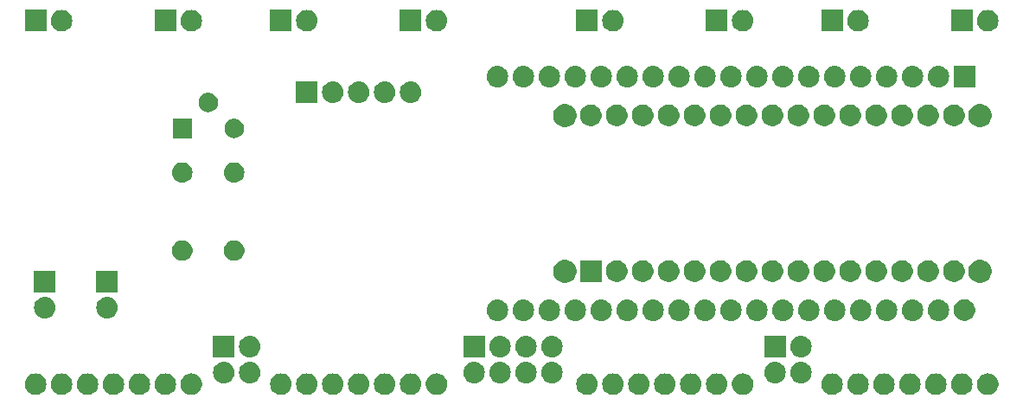
<source format=gbs>
G04 #@! TF.GenerationSoftware,KiCad,Pcbnew,(5.0.2)-1*
G04 #@! TF.CreationDate,2019-01-14T22:25:42+09:00*
G04 #@! TF.ProjectId,Nixie_Module_BaseBoard,4e697869-655f-44d6-9f64-756c655f4261,rev?*
G04 #@! TF.SameCoordinates,Original*
G04 #@! TF.FileFunction,Soldermask,Bot*
G04 #@! TF.FilePolarity,Negative*
%FSLAX46Y46*%
G04 Gerber Fmt 4.6, Leading zero omitted, Abs format (unit mm)*
G04 Created by KiCad (PCBNEW (5.0.2)-1) date 2019/01/14 22:25:42*
%MOMM*%
%LPD*%
G01*
G04 APERTURE LIST*
%ADD10C,0.100000*%
G04 APERTURE END LIST*
D10*
G36*
X199642888Y-127351470D02*
X199823274Y-127387350D01*
X200014362Y-127466502D01*
X200186336Y-127581411D01*
X200332589Y-127727664D01*
X200447498Y-127899638D01*
X200526650Y-128090726D01*
X200567000Y-128293584D01*
X200567000Y-128500416D01*
X200526650Y-128703274D01*
X200447498Y-128894362D01*
X200332589Y-129066336D01*
X200186336Y-129212589D01*
X200014362Y-129327498D01*
X199823274Y-129406650D01*
X199642888Y-129442530D01*
X199620417Y-129447000D01*
X199413583Y-129447000D01*
X199391112Y-129442530D01*
X199210726Y-129406650D01*
X199019638Y-129327498D01*
X198847664Y-129212589D01*
X198701411Y-129066336D01*
X198586502Y-128894362D01*
X198507350Y-128703274D01*
X198467000Y-128500416D01*
X198467000Y-128293584D01*
X198507350Y-128090726D01*
X198586502Y-127899638D01*
X198701411Y-127727664D01*
X198847664Y-127581411D01*
X199019638Y-127466502D01*
X199210726Y-127387350D01*
X199391112Y-127351470D01*
X199413583Y-127347000D01*
X199620417Y-127347000D01*
X199642888Y-127351470D01*
X199642888Y-127351470D01*
G37*
G36*
X108967707Y-127354597D02*
X109044836Y-127362193D01*
X109176787Y-127402220D01*
X109242763Y-127422233D01*
X109425172Y-127519733D01*
X109585054Y-127650946D01*
X109716267Y-127810828D01*
X109813767Y-127993237D01*
X109813767Y-127993238D01*
X109873807Y-128191164D01*
X109894080Y-128397000D01*
X109873807Y-128602836D01*
X109833780Y-128734787D01*
X109813767Y-128800763D01*
X109716267Y-128983172D01*
X109585054Y-129143054D01*
X109425172Y-129274267D01*
X109242763Y-129371767D01*
X109176787Y-129391780D01*
X109044836Y-129431807D01*
X108967707Y-129439403D01*
X108890580Y-129447000D01*
X108787420Y-129447000D01*
X108710293Y-129439403D01*
X108633164Y-129431807D01*
X108501213Y-129391780D01*
X108435237Y-129371767D01*
X108252828Y-129274267D01*
X108092946Y-129143054D01*
X107961733Y-128983172D01*
X107864233Y-128800763D01*
X107844220Y-128734787D01*
X107804193Y-128602836D01*
X107783920Y-128397000D01*
X107804193Y-128191164D01*
X107864233Y-127993238D01*
X107864233Y-127993237D01*
X107961733Y-127810828D01*
X108092946Y-127650946D01*
X108252828Y-127519733D01*
X108435237Y-127422233D01*
X108501213Y-127402220D01*
X108633164Y-127362193D01*
X108710293Y-127354597D01*
X108787420Y-127347000D01*
X108890580Y-127347000D01*
X108967707Y-127354597D01*
X108967707Y-127354597D01*
G37*
G36*
X189485707Y-127354597D02*
X189562836Y-127362193D01*
X189694787Y-127402220D01*
X189760763Y-127422233D01*
X189943172Y-127519733D01*
X190103054Y-127650946D01*
X190234267Y-127810828D01*
X190331767Y-127993237D01*
X190331767Y-127993238D01*
X190391807Y-128191164D01*
X190412080Y-128397000D01*
X190391807Y-128602836D01*
X190351780Y-128734787D01*
X190331767Y-128800763D01*
X190234267Y-128983172D01*
X190103054Y-129143054D01*
X189943172Y-129274267D01*
X189760763Y-129371767D01*
X189694787Y-129391780D01*
X189562836Y-129431807D01*
X189485707Y-129439403D01*
X189408580Y-129447000D01*
X189305420Y-129447000D01*
X189228293Y-129439403D01*
X189151164Y-129431807D01*
X189019213Y-129391780D01*
X188953237Y-129371767D01*
X188770828Y-129274267D01*
X188610946Y-129143054D01*
X188479733Y-128983172D01*
X188382233Y-128800763D01*
X188362220Y-128734787D01*
X188322193Y-128602836D01*
X188301920Y-128397000D01*
X188322193Y-128191164D01*
X188382233Y-127993238D01*
X188382233Y-127993237D01*
X188479733Y-127810828D01*
X188610946Y-127650946D01*
X188770828Y-127519733D01*
X188953237Y-127422233D01*
X189019213Y-127402220D01*
X189151164Y-127362193D01*
X189228293Y-127354597D01*
X189305420Y-127347000D01*
X189408580Y-127347000D01*
X189485707Y-127354597D01*
X189485707Y-127354597D01*
G37*
G36*
X145667888Y-127351470D02*
X145848274Y-127387350D01*
X146039362Y-127466502D01*
X146211336Y-127581411D01*
X146357589Y-127727664D01*
X146472498Y-127899638D01*
X146551650Y-128090726D01*
X146592000Y-128293584D01*
X146592000Y-128500416D01*
X146551650Y-128703274D01*
X146472498Y-128894362D01*
X146357589Y-129066336D01*
X146211336Y-129212589D01*
X146039362Y-129327498D01*
X145848274Y-129406650D01*
X145667888Y-129442530D01*
X145645417Y-129447000D01*
X145438583Y-129447000D01*
X145416112Y-129442530D01*
X145235726Y-129406650D01*
X145044638Y-129327498D01*
X144872664Y-129212589D01*
X144726411Y-129066336D01*
X144611502Y-128894362D01*
X144532350Y-128703274D01*
X144492000Y-128500416D01*
X144492000Y-128293584D01*
X144532350Y-128090726D01*
X144611502Y-127899638D01*
X144726411Y-127727664D01*
X144872664Y-127581411D01*
X145044638Y-127466502D01*
X145235726Y-127387350D01*
X145416112Y-127351470D01*
X145438583Y-127347000D01*
X145645417Y-127347000D01*
X145667888Y-127351470D01*
X145667888Y-127351470D01*
G37*
G36*
X132970707Y-127354597D02*
X133047836Y-127362193D01*
X133179787Y-127402220D01*
X133245763Y-127422233D01*
X133428172Y-127519733D01*
X133588054Y-127650946D01*
X133719267Y-127810828D01*
X133816767Y-127993237D01*
X133816767Y-127993238D01*
X133876807Y-128191164D01*
X133897080Y-128397000D01*
X133876807Y-128602836D01*
X133836780Y-128734787D01*
X133816767Y-128800763D01*
X133719267Y-128983172D01*
X133588054Y-129143054D01*
X133428172Y-129274267D01*
X133245763Y-129371767D01*
X133179787Y-129391780D01*
X133047836Y-129431807D01*
X132970707Y-129439403D01*
X132893580Y-129447000D01*
X132790420Y-129447000D01*
X132713293Y-129439403D01*
X132636164Y-129431807D01*
X132504213Y-129391780D01*
X132438237Y-129371767D01*
X132255828Y-129274267D01*
X132095946Y-129143054D01*
X131964733Y-128983172D01*
X131867233Y-128800763D01*
X131847220Y-128734787D01*
X131807193Y-128602836D01*
X131786920Y-128397000D01*
X131807193Y-128191164D01*
X131867233Y-127993238D01*
X131867233Y-127993237D01*
X131964733Y-127810828D01*
X132095946Y-127650946D01*
X132255828Y-127519733D01*
X132438237Y-127422233D01*
X132504213Y-127402220D01*
X132636164Y-127362193D01*
X132713293Y-127354597D01*
X132790420Y-127347000D01*
X132893580Y-127347000D01*
X132970707Y-127354597D01*
X132970707Y-127354597D01*
G37*
G36*
X140590707Y-127354597D02*
X140667836Y-127362193D01*
X140799787Y-127402220D01*
X140865763Y-127422233D01*
X141048172Y-127519733D01*
X141208054Y-127650946D01*
X141339267Y-127810828D01*
X141436767Y-127993237D01*
X141436767Y-127993238D01*
X141496807Y-128191164D01*
X141517080Y-128397000D01*
X141496807Y-128602836D01*
X141456780Y-128734787D01*
X141436767Y-128800763D01*
X141339267Y-128983172D01*
X141208054Y-129143054D01*
X141048172Y-129274267D01*
X140865763Y-129371767D01*
X140799787Y-129391780D01*
X140667836Y-129431807D01*
X140590707Y-129439403D01*
X140513580Y-129447000D01*
X140410420Y-129447000D01*
X140333293Y-129439403D01*
X140256164Y-129431807D01*
X140124213Y-129391780D01*
X140058237Y-129371767D01*
X139875828Y-129274267D01*
X139715946Y-129143054D01*
X139584733Y-128983172D01*
X139487233Y-128800763D01*
X139467220Y-128734787D01*
X139427193Y-128602836D01*
X139406920Y-128397000D01*
X139427193Y-128191164D01*
X139487233Y-127993238D01*
X139487233Y-127993237D01*
X139584733Y-127810828D01*
X139715946Y-127650946D01*
X139875828Y-127519733D01*
X140058237Y-127422233D01*
X140124213Y-127402220D01*
X140256164Y-127362193D01*
X140333293Y-127354597D01*
X140410420Y-127347000D01*
X140513580Y-127347000D01*
X140590707Y-127354597D01*
X140590707Y-127354597D01*
G37*
G36*
X138050707Y-127354597D02*
X138127836Y-127362193D01*
X138259787Y-127402220D01*
X138325763Y-127422233D01*
X138508172Y-127519733D01*
X138668054Y-127650946D01*
X138799267Y-127810828D01*
X138896767Y-127993237D01*
X138896767Y-127993238D01*
X138956807Y-128191164D01*
X138977080Y-128397000D01*
X138956807Y-128602836D01*
X138916780Y-128734787D01*
X138896767Y-128800763D01*
X138799267Y-128983172D01*
X138668054Y-129143054D01*
X138508172Y-129274267D01*
X138325763Y-129371767D01*
X138259787Y-129391780D01*
X138127836Y-129431807D01*
X138050707Y-129439403D01*
X137973580Y-129447000D01*
X137870420Y-129447000D01*
X137793293Y-129439403D01*
X137716164Y-129431807D01*
X137584213Y-129391780D01*
X137518237Y-129371767D01*
X137335828Y-129274267D01*
X137175946Y-129143054D01*
X137044733Y-128983172D01*
X136947233Y-128800763D01*
X136927220Y-128734787D01*
X136887193Y-128602836D01*
X136866920Y-128397000D01*
X136887193Y-128191164D01*
X136947233Y-127993238D01*
X136947233Y-127993237D01*
X137044733Y-127810828D01*
X137175946Y-127650946D01*
X137335828Y-127519733D01*
X137518237Y-127422233D01*
X137584213Y-127402220D01*
X137716164Y-127362193D01*
X137793293Y-127354597D01*
X137870420Y-127347000D01*
X137973580Y-127347000D01*
X138050707Y-127354597D01*
X138050707Y-127354597D01*
G37*
G36*
X130430707Y-127354597D02*
X130507836Y-127362193D01*
X130639787Y-127402220D01*
X130705763Y-127422233D01*
X130888172Y-127519733D01*
X131048054Y-127650946D01*
X131179267Y-127810828D01*
X131276767Y-127993237D01*
X131276767Y-127993238D01*
X131336807Y-128191164D01*
X131357080Y-128397000D01*
X131336807Y-128602836D01*
X131296780Y-128734787D01*
X131276767Y-128800763D01*
X131179267Y-128983172D01*
X131048054Y-129143054D01*
X130888172Y-129274267D01*
X130705763Y-129371767D01*
X130639787Y-129391780D01*
X130507836Y-129431807D01*
X130430707Y-129439403D01*
X130353580Y-129447000D01*
X130250420Y-129447000D01*
X130173293Y-129439403D01*
X130096164Y-129431807D01*
X129964213Y-129391780D01*
X129898237Y-129371767D01*
X129715828Y-129274267D01*
X129555946Y-129143054D01*
X129424733Y-128983172D01*
X129327233Y-128800763D01*
X129307220Y-128734787D01*
X129267193Y-128602836D01*
X129246920Y-128397000D01*
X129267193Y-128191164D01*
X129327233Y-127993238D01*
X129327233Y-127993237D01*
X129424733Y-127810828D01*
X129555946Y-127650946D01*
X129715828Y-127519733D01*
X129898237Y-127422233D01*
X129964213Y-127402220D01*
X130096164Y-127362193D01*
X130173293Y-127354597D01*
X130250420Y-127347000D01*
X130353580Y-127347000D01*
X130430707Y-127354597D01*
X130430707Y-127354597D01*
G37*
G36*
X135510707Y-127354597D02*
X135587836Y-127362193D01*
X135719787Y-127402220D01*
X135785763Y-127422233D01*
X135968172Y-127519733D01*
X136128054Y-127650946D01*
X136259267Y-127810828D01*
X136356767Y-127993237D01*
X136356767Y-127993238D01*
X136416807Y-128191164D01*
X136437080Y-128397000D01*
X136416807Y-128602836D01*
X136376780Y-128734787D01*
X136356767Y-128800763D01*
X136259267Y-128983172D01*
X136128054Y-129143054D01*
X135968172Y-129274267D01*
X135785763Y-129371767D01*
X135719787Y-129391780D01*
X135587836Y-129431807D01*
X135510707Y-129439403D01*
X135433580Y-129447000D01*
X135330420Y-129447000D01*
X135253293Y-129439403D01*
X135176164Y-129431807D01*
X135044213Y-129391780D01*
X134978237Y-129371767D01*
X134795828Y-129274267D01*
X134635946Y-129143054D01*
X134504733Y-128983172D01*
X134407233Y-128800763D01*
X134387220Y-128734787D01*
X134347193Y-128602836D01*
X134326920Y-128397000D01*
X134347193Y-128191164D01*
X134407233Y-127993238D01*
X134407233Y-127993237D01*
X134504733Y-127810828D01*
X134635946Y-127650946D01*
X134795828Y-127519733D01*
X134978237Y-127422233D01*
X135044213Y-127402220D01*
X135176164Y-127362193D01*
X135253293Y-127354597D01*
X135330420Y-127347000D01*
X135433580Y-127347000D01*
X135510707Y-127354597D01*
X135510707Y-127354597D01*
G37*
G36*
X143130707Y-127354597D02*
X143207836Y-127362193D01*
X143339787Y-127402220D01*
X143405763Y-127422233D01*
X143588172Y-127519733D01*
X143748054Y-127650946D01*
X143879267Y-127810828D01*
X143976767Y-127993237D01*
X143976767Y-127993238D01*
X144036807Y-128191164D01*
X144057080Y-128397000D01*
X144036807Y-128602836D01*
X143996780Y-128734787D01*
X143976767Y-128800763D01*
X143879267Y-128983172D01*
X143748054Y-129143054D01*
X143588172Y-129274267D01*
X143405763Y-129371767D01*
X143339787Y-129391780D01*
X143207836Y-129431807D01*
X143130707Y-129439403D01*
X143053580Y-129447000D01*
X142950420Y-129447000D01*
X142873293Y-129439403D01*
X142796164Y-129431807D01*
X142664213Y-129391780D01*
X142598237Y-129371767D01*
X142415828Y-129274267D01*
X142255946Y-129143054D01*
X142124733Y-128983172D01*
X142027233Y-128800763D01*
X142007220Y-128734787D01*
X141967193Y-128602836D01*
X141946920Y-128397000D01*
X141967193Y-128191164D01*
X142027233Y-127993238D01*
X142027233Y-127993237D01*
X142124733Y-127810828D01*
X142255946Y-127650946D01*
X142415828Y-127519733D01*
X142598237Y-127422233D01*
X142664213Y-127402220D01*
X142796164Y-127362193D01*
X142873293Y-127354597D01*
X142950420Y-127347000D01*
X143053580Y-127347000D01*
X143130707Y-127354597D01*
X143130707Y-127354597D01*
G37*
G36*
X184405707Y-127354597D02*
X184482836Y-127362193D01*
X184614787Y-127402220D01*
X184680763Y-127422233D01*
X184863172Y-127519733D01*
X185023054Y-127650946D01*
X185154267Y-127810828D01*
X185251767Y-127993237D01*
X185251767Y-127993238D01*
X185311807Y-128191164D01*
X185332080Y-128397000D01*
X185311807Y-128602836D01*
X185271780Y-128734787D01*
X185251767Y-128800763D01*
X185154267Y-128983172D01*
X185023054Y-129143054D01*
X184863172Y-129274267D01*
X184680763Y-129371767D01*
X184614787Y-129391780D01*
X184482836Y-129431807D01*
X184405707Y-129439403D01*
X184328580Y-129447000D01*
X184225420Y-129447000D01*
X184148293Y-129439403D01*
X184071164Y-129431807D01*
X183939213Y-129391780D01*
X183873237Y-129371767D01*
X183690828Y-129274267D01*
X183530946Y-129143054D01*
X183399733Y-128983172D01*
X183302233Y-128800763D01*
X183282220Y-128734787D01*
X183242193Y-128602836D01*
X183221920Y-128397000D01*
X183242193Y-128191164D01*
X183302233Y-127993238D01*
X183302233Y-127993237D01*
X183399733Y-127810828D01*
X183530946Y-127650946D01*
X183690828Y-127519733D01*
X183873237Y-127422233D01*
X183939213Y-127402220D01*
X184071164Y-127362193D01*
X184148293Y-127354597D01*
X184225420Y-127347000D01*
X184328580Y-127347000D01*
X184405707Y-127354597D01*
X184405707Y-127354597D01*
G37*
G36*
X192025707Y-127354597D02*
X192102836Y-127362193D01*
X192234787Y-127402220D01*
X192300763Y-127422233D01*
X192483172Y-127519733D01*
X192643054Y-127650946D01*
X192774267Y-127810828D01*
X192871767Y-127993237D01*
X192871767Y-127993238D01*
X192931807Y-128191164D01*
X192952080Y-128397000D01*
X192931807Y-128602836D01*
X192891780Y-128734787D01*
X192871767Y-128800763D01*
X192774267Y-128983172D01*
X192643054Y-129143054D01*
X192483172Y-129274267D01*
X192300763Y-129371767D01*
X192234787Y-129391780D01*
X192102836Y-129431807D01*
X192025707Y-129439403D01*
X191948580Y-129447000D01*
X191845420Y-129447000D01*
X191768293Y-129439403D01*
X191691164Y-129431807D01*
X191559213Y-129391780D01*
X191493237Y-129371767D01*
X191310828Y-129274267D01*
X191150946Y-129143054D01*
X191019733Y-128983172D01*
X190922233Y-128800763D01*
X190902220Y-128734787D01*
X190862193Y-128602836D01*
X190841920Y-128397000D01*
X190862193Y-128191164D01*
X190922233Y-127993238D01*
X190922233Y-127993237D01*
X191019733Y-127810828D01*
X191150946Y-127650946D01*
X191310828Y-127519733D01*
X191493237Y-127422233D01*
X191559213Y-127402220D01*
X191691164Y-127362193D01*
X191768293Y-127354597D01*
X191845420Y-127347000D01*
X191948580Y-127347000D01*
X192025707Y-127354597D01*
X192025707Y-127354597D01*
G37*
G36*
X194565707Y-127354597D02*
X194642836Y-127362193D01*
X194774787Y-127402220D01*
X194840763Y-127422233D01*
X195023172Y-127519733D01*
X195183054Y-127650946D01*
X195314267Y-127810828D01*
X195411767Y-127993237D01*
X195411767Y-127993238D01*
X195471807Y-128191164D01*
X195492080Y-128397000D01*
X195471807Y-128602836D01*
X195431780Y-128734787D01*
X195411767Y-128800763D01*
X195314267Y-128983172D01*
X195183054Y-129143054D01*
X195023172Y-129274267D01*
X194840763Y-129371767D01*
X194774787Y-129391780D01*
X194642836Y-129431807D01*
X194565707Y-129439403D01*
X194488580Y-129447000D01*
X194385420Y-129447000D01*
X194308293Y-129439403D01*
X194231164Y-129431807D01*
X194099213Y-129391780D01*
X194033237Y-129371767D01*
X193850828Y-129274267D01*
X193690946Y-129143054D01*
X193559733Y-128983172D01*
X193462233Y-128800763D01*
X193442220Y-128734787D01*
X193402193Y-128602836D01*
X193381920Y-128397000D01*
X193402193Y-128191164D01*
X193462233Y-127993238D01*
X193462233Y-127993237D01*
X193559733Y-127810828D01*
X193690946Y-127650946D01*
X193850828Y-127519733D01*
X194033237Y-127422233D01*
X194099213Y-127402220D01*
X194231164Y-127362193D01*
X194308293Y-127354597D01*
X194385420Y-127347000D01*
X194488580Y-127347000D01*
X194565707Y-127354597D01*
X194565707Y-127354597D01*
G37*
G36*
X186945707Y-127354597D02*
X187022836Y-127362193D01*
X187154787Y-127402220D01*
X187220763Y-127422233D01*
X187403172Y-127519733D01*
X187563054Y-127650946D01*
X187694267Y-127810828D01*
X187791767Y-127993237D01*
X187791767Y-127993238D01*
X187851807Y-128191164D01*
X187872080Y-128397000D01*
X187851807Y-128602836D01*
X187811780Y-128734787D01*
X187791767Y-128800763D01*
X187694267Y-128983172D01*
X187563054Y-129143054D01*
X187403172Y-129274267D01*
X187220763Y-129371767D01*
X187154787Y-129391780D01*
X187022836Y-129431807D01*
X186945707Y-129439403D01*
X186868580Y-129447000D01*
X186765420Y-129447000D01*
X186688293Y-129439403D01*
X186611164Y-129431807D01*
X186479213Y-129391780D01*
X186413237Y-129371767D01*
X186230828Y-129274267D01*
X186070946Y-129143054D01*
X185939733Y-128983172D01*
X185842233Y-128800763D01*
X185822220Y-128734787D01*
X185782193Y-128602836D01*
X185761920Y-128397000D01*
X185782193Y-128191164D01*
X185842233Y-127993238D01*
X185842233Y-127993237D01*
X185939733Y-127810828D01*
X186070946Y-127650946D01*
X186230828Y-127519733D01*
X186413237Y-127422233D01*
X186479213Y-127402220D01*
X186611164Y-127362193D01*
X186688293Y-127354597D01*
X186765420Y-127347000D01*
X186868580Y-127347000D01*
X186945707Y-127354597D01*
X186945707Y-127354597D01*
G37*
G36*
X121664888Y-127351470D02*
X121845274Y-127387350D01*
X122036362Y-127466502D01*
X122208336Y-127581411D01*
X122354589Y-127727664D01*
X122469498Y-127899638D01*
X122548650Y-128090726D01*
X122589000Y-128293584D01*
X122589000Y-128500416D01*
X122548650Y-128703274D01*
X122469498Y-128894362D01*
X122354589Y-129066336D01*
X122208336Y-129212589D01*
X122036362Y-129327498D01*
X121845274Y-129406650D01*
X121664888Y-129442530D01*
X121642417Y-129447000D01*
X121435583Y-129447000D01*
X121413112Y-129442530D01*
X121232726Y-129406650D01*
X121041638Y-129327498D01*
X120869664Y-129212589D01*
X120723411Y-129066336D01*
X120608502Y-128894362D01*
X120529350Y-128703274D01*
X120489000Y-128500416D01*
X120489000Y-128293584D01*
X120529350Y-128090726D01*
X120608502Y-127899638D01*
X120723411Y-127727664D01*
X120869664Y-127581411D01*
X121041638Y-127466502D01*
X121232726Y-127387350D01*
X121413112Y-127351470D01*
X121435583Y-127347000D01*
X121642417Y-127347000D01*
X121664888Y-127351470D01*
X121664888Y-127351470D01*
G37*
G36*
X116587707Y-127354597D02*
X116664836Y-127362193D01*
X116796787Y-127402220D01*
X116862763Y-127422233D01*
X117045172Y-127519733D01*
X117205054Y-127650946D01*
X117336267Y-127810828D01*
X117433767Y-127993237D01*
X117433767Y-127993238D01*
X117493807Y-128191164D01*
X117514080Y-128397000D01*
X117493807Y-128602836D01*
X117453780Y-128734787D01*
X117433767Y-128800763D01*
X117336267Y-128983172D01*
X117205054Y-129143054D01*
X117045172Y-129274267D01*
X116862763Y-129371767D01*
X116796787Y-129391780D01*
X116664836Y-129431807D01*
X116587707Y-129439403D01*
X116510580Y-129447000D01*
X116407420Y-129447000D01*
X116330293Y-129439403D01*
X116253164Y-129431807D01*
X116121213Y-129391780D01*
X116055237Y-129371767D01*
X115872828Y-129274267D01*
X115712946Y-129143054D01*
X115581733Y-128983172D01*
X115484233Y-128800763D01*
X115464220Y-128734787D01*
X115424193Y-128602836D01*
X115403920Y-128397000D01*
X115424193Y-128191164D01*
X115484233Y-127993238D01*
X115484233Y-127993237D01*
X115581733Y-127810828D01*
X115712946Y-127650946D01*
X115872828Y-127519733D01*
X116055237Y-127422233D01*
X116121213Y-127402220D01*
X116253164Y-127362193D01*
X116330293Y-127354597D01*
X116407420Y-127347000D01*
X116510580Y-127347000D01*
X116587707Y-127354597D01*
X116587707Y-127354597D01*
G37*
G36*
X175639888Y-127351470D02*
X175820274Y-127387350D01*
X176011362Y-127466502D01*
X176183336Y-127581411D01*
X176329589Y-127727664D01*
X176444498Y-127899638D01*
X176523650Y-128090726D01*
X176564000Y-128293584D01*
X176564000Y-128500416D01*
X176523650Y-128703274D01*
X176444498Y-128894362D01*
X176329589Y-129066336D01*
X176183336Y-129212589D01*
X176011362Y-129327498D01*
X175820274Y-129406650D01*
X175639888Y-129442530D01*
X175617417Y-129447000D01*
X175410583Y-129447000D01*
X175388112Y-129442530D01*
X175207726Y-129406650D01*
X175016638Y-129327498D01*
X174844664Y-129212589D01*
X174698411Y-129066336D01*
X174583502Y-128894362D01*
X174504350Y-128703274D01*
X174464000Y-128500416D01*
X174464000Y-128293584D01*
X174504350Y-128090726D01*
X174583502Y-127899638D01*
X174698411Y-127727664D01*
X174844664Y-127581411D01*
X175016638Y-127466502D01*
X175207726Y-127387350D01*
X175388112Y-127351470D01*
X175410583Y-127347000D01*
X175617417Y-127347000D01*
X175639888Y-127351470D01*
X175639888Y-127351470D01*
G37*
G36*
X162942707Y-127354597D02*
X163019836Y-127362193D01*
X163151787Y-127402220D01*
X163217763Y-127422233D01*
X163400172Y-127519733D01*
X163560054Y-127650946D01*
X163691267Y-127810828D01*
X163788767Y-127993237D01*
X163788767Y-127993238D01*
X163848807Y-128191164D01*
X163869080Y-128397000D01*
X163848807Y-128602836D01*
X163808780Y-128734787D01*
X163788767Y-128800763D01*
X163691267Y-128983172D01*
X163560054Y-129143054D01*
X163400172Y-129274267D01*
X163217763Y-129371767D01*
X163151787Y-129391780D01*
X163019836Y-129431807D01*
X162942707Y-129439403D01*
X162865580Y-129447000D01*
X162762420Y-129447000D01*
X162685293Y-129439403D01*
X162608164Y-129431807D01*
X162476213Y-129391780D01*
X162410237Y-129371767D01*
X162227828Y-129274267D01*
X162067946Y-129143054D01*
X161936733Y-128983172D01*
X161839233Y-128800763D01*
X161819220Y-128734787D01*
X161779193Y-128602836D01*
X161758920Y-128397000D01*
X161779193Y-128191164D01*
X161839233Y-127993238D01*
X161839233Y-127993237D01*
X161936733Y-127810828D01*
X162067946Y-127650946D01*
X162227828Y-127519733D01*
X162410237Y-127422233D01*
X162476213Y-127402220D01*
X162608164Y-127362193D01*
X162685293Y-127354597D01*
X162762420Y-127347000D01*
X162865580Y-127347000D01*
X162942707Y-127354597D01*
X162942707Y-127354597D01*
G37*
G36*
X170562707Y-127354597D02*
X170639836Y-127362193D01*
X170771787Y-127402220D01*
X170837763Y-127422233D01*
X171020172Y-127519733D01*
X171180054Y-127650946D01*
X171311267Y-127810828D01*
X171408767Y-127993237D01*
X171408767Y-127993238D01*
X171468807Y-128191164D01*
X171489080Y-128397000D01*
X171468807Y-128602836D01*
X171428780Y-128734787D01*
X171408767Y-128800763D01*
X171311267Y-128983172D01*
X171180054Y-129143054D01*
X171020172Y-129274267D01*
X170837763Y-129371767D01*
X170771787Y-129391780D01*
X170639836Y-129431807D01*
X170562707Y-129439403D01*
X170485580Y-129447000D01*
X170382420Y-129447000D01*
X170305293Y-129439403D01*
X170228164Y-129431807D01*
X170096213Y-129391780D01*
X170030237Y-129371767D01*
X169847828Y-129274267D01*
X169687946Y-129143054D01*
X169556733Y-128983172D01*
X169459233Y-128800763D01*
X169439220Y-128734787D01*
X169399193Y-128602836D01*
X169378920Y-128397000D01*
X169399193Y-128191164D01*
X169459233Y-127993238D01*
X169459233Y-127993237D01*
X169556733Y-127810828D01*
X169687946Y-127650946D01*
X169847828Y-127519733D01*
X170030237Y-127422233D01*
X170096213Y-127402220D01*
X170228164Y-127362193D01*
X170305293Y-127354597D01*
X170382420Y-127347000D01*
X170485580Y-127347000D01*
X170562707Y-127354597D01*
X170562707Y-127354597D01*
G37*
G36*
X168022707Y-127354597D02*
X168099836Y-127362193D01*
X168231787Y-127402220D01*
X168297763Y-127422233D01*
X168480172Y-127519733D01*
X168640054Y-127650946D01*
X168771267Y-127810828D01*
X168868767Y-127993237D01*
X168868767Y-127993238D01*
X168928807Y-128191164D01*
X168949080Y-128397000D01*
X168928807Y-128602836D01*
X168888780Y-128734787D01*
X168868767Y-128800763D01*
X168771267Y-128983172D01*
X168640054Y-129143054D01*
X168480172Y-129274267D01*
X168297763Y-129371767D01*
X168231787Y-129391780D01*
X168099836Y-129431807D01*
X168022707Y-129439403D01*
X167945580Y-129447000D01*
X167842420Y-129447000D01*
X167765293Y-129439403D01*
X167688164Y-129431807D01*
X167556213Y-129391780D01*
X167490237Y-129371767D01*
X167307828Y-129274267D01*
X167147946Y-129143054D01*
X167016733Y-128983172D01*
X166919233Y-128800763D01*
X166899220Y-128734787D01*
X166859193Y-128602836D01*
X166838920Y-128397000D01*
X166859193Y-128191164D01*
X166919233Y-127993238D01*
X166919233Y-127993237D01*
X167016733Y-127810828D01*
X167147946Y-127650946D01*
X167307828Y-127519733D01*
X167490237Y-127422233D01*
X167556213Y-127402220D01*
X167688164Y-127362193D01*
X167765293Y-127354597D01*
X167842420Y-127347000D01*
X167945580Y-127347000D01*
X168022707Y-127354597D01*
X168022707Y-127354597D01*
G37*
G36*
X160402707Y-127354597D02*
X160479836Y-127362193D01*
X160611787Y-127402220D01*
X160677763Y-127422233D01*
X160860172Y-127519733D01*
X161020054Y-127650946D01*
X161151267Y-127810828D01*
X161248767Y-127993237D01*
X161248767Y-127993238D01*
X161308807Y-128191164D01*
X161329080Y-128397000D01*
X161308807Y-128602836D01*
X161268780Y-128734787D01*
X161248767Y-128800763D01*
X161151267Y-128983172D01*
X161020054Y-129143054D01*
X160860172Y-129274267D01*
X160677763Y-129371767D01*
X160611787Y-129391780D01*
X160479836Y-129431807D01*
X160402707Y-129439403D01*
X160325580Y-129447000D01*
X160222420Y-129447000D01*
X160145293Y-129439403D01*
X160068164Y-129431807D01*
X159936213Y-129391780D01*
X159870237Y-129371767D01*
X159687828Y-129274267D01*
X159527946Y-129143054D01*
X159396733Y-128983172D01*
X159299233Y-128800763D01*
X159279220Y-128734787D01*
X159239193Y-128602836D01*
X159218920Y-128397000D01*
X159239193Y-128191164D01*
X159299233Y-127993238D01*
X159299233Y-127993237D01*
X159396733Y-127810828D01*
X159527946Y-127650946D01*
X159687828Y-127519733D01*
X159870237Y-127422233D01*
X159936213Y-127402220D01*
X160068164Y-127362193D01*
X160145293Y-127354597D01*
X160222420Y-127347000D01*
X160325580Y-127347000D01*
X160402707Y-127354597D01*
X160402707Y-127354597D01*
G37*
G36*
X165482707Y-127354597D02*
X165559836Y-127362193D01*
X165691787Y-127402220D01*
X165757763Y-127422233D01*
X165940172Y-127519733D01*
X166100054Y-127650946D01*
X166231267Y-127810828D01*
X166328767Y-127993237D01*
X166328767Y-127993238D01*
X166388807Y-128191164D01*
X166409080Y-128397000D01*
X166388807Y-128602836D01*
X166348780Y-128734787D01*
X166328767Y-128800763D01*
X166231267Y-128983172D01*
X166100054Y-129143054D01*
X165940172Y-129274267D01*
X165757763Y-129371767D01*
X165691787Y-129391780D01*
X165559836Y-129431807D01*
X165482707Y-129439403D01*
X165405580Y-129447000D01*
X165302420Y-129447000D01*
X165225293Y-129439403D01*
X165148164Y-129431807D01*
X165016213Y-129391780D01*
X164950237Y-129371767D01*
X164767828Y-129274267D01*
X164607946Y-129143054D01*
X164476733Y-128983172D01*
X164379233Y-128800763D01*
X164359220Y-128734787D01*
X164319193Y-128602836D01*
X164298920Y-128397000D01*
X164319193Y-128191164D01*
X164379233Y-127993238D01*
X164379233Y-127993237D01*
X164476733Y-127810828D01*
X164607946Y-127650946D01*
X164767828Y-127519733D01*
X164950237Y-127422233D01*
X165016213Y-127402220D01*
X165148164Y-127362193D01*
X165225293Y-127354597D01*
X165302420Y-127347000D01*
X165405580Y-127347000D01*
X165482707Y-127354597D01*
X165482707Y-127354597D01*
G37*
G36*
X119127707Y-127354597D02*
X119204836Y-127362193D01*
X119336787Y-127402220D01*
X119402763Y-127422233D01*
X119585172Y-127519733D01*
X119745054Y-127650946D01*
X119876267Y-127810828D01*
X119973767Y-127993237D01*
X119973767Y-127993238D01*
X120033807Y-128191164D01*
X120054080Y-128397000D01*
X120033807Y-128602836D01*
X119993780Y-128734787D01*
X119973767Y-128800763D01*
X119876267Y-128983172D01*
X119745054Y-129143054D01*
X119585172Y-129274267D01*
X119402763Y-129371767D01*
X119336787Y-129391780D01*
X119204836Y-129431807D01*
X119127707Y-129439403D01*
X119050580Y-129447000D01*
X118947420Y-129447000D01*
X118870293Y-129439403D01*
X118793164Y-129431807D01*
X118661213Y-129391780D01*
X118595237Y-129371767D01*
X118412828Y-129274267D01*
X118252946Y-129143054D01*
X118121733Y-128983172D01*
X118024233Y-128800763D01*
X118004220Y-128734787D01*
X117964193Y-128602836D01*
X117943920Y-128397000D01*
X117964193Y-128191164D01*
X118024233Y-127993238D01*
X118024233Y-127993237D01*
X118121733Y-127810828D01*
X118252946Y-127650946D01*
X118412828Y-127519733D01*
X118595237Y-127422233D01*
X118661213Y-127402220D01*
X118793164Y-127362193D01*
X118870293Y-127354597D01*
X118947420Y-127347000D01*
X119050580Y-127347000D01*
X119127707Y-127354597D01*
X119127707Y-127354597D01*
G37*
G36*
X111507707Y-127354597D02*
X111584836Y-127362193D01*
X111716787Y-127402220D01*
X111782763Y-127422233D01*
X111965172Y-127519733D01*
X112125054Y-127650946D01*
X112256267Y-127810828D01*
X112353767Y-127993237D01*
X112353767Y-127993238D01*
X112413807Y-128191164D01*
X112434080Y-128397000D01*
X112413807Y-128602836D01*
X112373780Y-128734787D01*
X112353767Y-128800763D01*
X112256267Y-128983172D01*
X112125054Y-129143054D01*
X111965172Y-129274267D01*
X111782763Y-129371767D01*
X111716787Y-129391780D01*
X111584836Y-129431807D01*
X111507707Y-129439403D01*
X111430580Y-129447000D01*
X111327420Y-129447000D01*
X111250293Y-129439403D01*
X111173164Y-129431807D01*
X111041213Y-129391780D01*
X110975237Y-129371767D01*
X110792828Y-129274267D01*
X110632946Y-129143054D01*
X110501733Y-128983172D01*
X110404233Y-128800763D01*
X110384220Y-128734787D01*
X110344193Y-128602836D01*
X110323920Y-128397000D01*
X110344193Y-128191164D01*
X110404233Y-127993238D01*
X110404233Y-127993237D01*
X110501733Y-127810828D01*
X110632946Y-127650946D01*
X110792828Y-127519733D01*
X110975237Y-127422233D01*
X111041213Y-127402220D01*
X111173164Y-127362193D01*
X111250293Y-127354597D01*
X111327420Y-127347000D01*
X111430580Y-127347000D01*
X111507707Y-127354597D01*
X111507707Y-127354597D01*
G37*
G36*
X106427707Y-127354597D02*
X106504836Y-127362193D01*
X106636787Y-127402220D01*
X106702763Y-127422233D01*
X106885172Y-127519733D01*
X107045054Y-127650946D01*
X107176267Y-127810828D01*
X107273767Y-127993237D01*
X107273767Y-127993238D01*
X107333807Y-128191164D01*
X107354080Y-128397000D01*
X107333807Y-128602836D01*
X107293780Y-128734787D01*
X107273767Y-128800763D01*
X107176267Y-128983172D01*
X107045054Y-129143054D01*
X106885172Y-129274267D01*
X106702763Y-129371767D01*
X106636787Y-129391780D01*
X106504836Y-129431807D01*
X106427707Y-129439403D01*
X106350580Y-129447000D01*
X106247420Y-129447000D01*
X106170293Y-129439403D01*
X106093164Y-129431807D01*
X105961213Y-129391780D01*
X105895237Y-129371767D01*
X105712828Y-129274267D01*
X105552946Y-129143054D01*
X105421733Y-128983172D01*
X105324233Y-128800763D01*
X105304220Y-128734787D01*
X105264193Y-128602836D01*
X105243920Y-128397000D01*
X105264193Y-128191164D01*
X105324233Y-127993238D01*
X105324233Y-127993237D01*
X105421733Y-127810828D01*
X105552946Y-127650946D01*
X105712828Y-127519733D01*
X105895237Y-127422233D01*
X105961213Y-127402220D01*
X106093164Y-127362193D01*
X106170293Y-127354597D01*
X106247420Y-127347000D01*
X106350580Y-127347000D01*
X106427707Y-127354597D01*
X106427707Y-127354597D01*
G37*
G36*
X114047707Y-127354597D02*
X114124836Y-127362193D01*
X114256787Y-127402220D01*
X114322763Y-127422233D01*
X114505172Y-127519733D01*
X114665054Y-127650946D01*
X114796267Y-127810828D01*
X114893767Y-127993237D01*
X114893767Y-127993238D01*
X114953807Y-128191164D01*
X114974080Y-128397000D01*
X114953807Y-128602836D01*
X114913780Y-128734787D01*
X114893767Y-128800763D01*
X114796267Y-128983172D01*
X114665054Y-129143054D01*
X114505172Y-129274267D01*
X114322763Y-129371767D01*
X114256787Y-129391780D01*
X114124836Y-129431807D01*
X114047707Y-129439403D01*
X113970580Y-129447000D01*
X113867420Y-129447000D01*
X113790293Y-129439403D01*
X113713164Y-129431807D01*
X113581213Y-129391780D01*
X113515237Y-129371767D01*
X113332828Y-129274267D01*
X113172946Y-129143054D01*
X113041733Y-128983172D01*
X112944233Y-128800763D01*
X112924220Y-128734787D01*
X112884193Y-128602836D01*
X112863920Y-128397000D01*
X112884193Y-128191164D01*
X112944233Y-127993238D01*
X112944233Y-127993237D01*
X113041733Y-127810828D01*
X113172946Y-127650946D01*
X113332828Y-127519733D01*
X113515237Y-127422233D01*
X113581213Y-127402220D01*
X113713164Y-127362193D01*
X113790293Y-127354597D01*
X113867420Y-127347000D01*
X113970580Y-127347000D01*
X114047707Y-127354597D01*
X114047707Y-127354597D01*
G37*
G36*
X197105707Y-127354597D02*
X197182836Y-127362193D01*
X197314787Y-127402220D01*
X197380763Y-127422233D01*
X197563172Y-127519733D01*
X197723054Y-127650946D01*
X197854267Y-127810828D01*
X197951767Y-127993237D01*
X197951767Y-127993238D01*
X198011807Y-128191164D01*
X198032080Y-128397000D01*
X198011807Y-128602836D01*
X197971780Y-128734787D01*
X197951767Y-128800763D01*
X197854267Y-128983172D01*
X197723054Y-129143054D01*
X197563172Y-129274267D01*
X197380763Y-129371767D01*
X197314787Y-129391780D01*
X197182836Y-129431807D01*
X197105707Y-129439403D01*
X197028580Y-129447000D01*
X196925420Y-129447000D01*
X196848293Y-129439403D01*
X196771164Y-129431807D01*
X196639213Y-129391780D01*
X196573237Y-129371767D01*
X196390828Y-129274267D01*
X196230946Y-129143054D01*
X196099733Y-128983172D01*
X196002233Y-128800763D01*
X195982220Y-128734787D01*
X195942193Y-128602836D01*
X195921920Y-128397000D01*
X195942193Y-128191164D01*
X196002233Y-127993238D01*
X196002233Y-127993237D01*
X196099733Y-127810828D01*
X196230946Y-127650946D01*
X196390828Y-127519733D01*
X196573237Y-127422233D01*
X196639213Y-127402220D01*
X196771164Y-127362193D01*
X196848293Y-127354597D01*
X196925420Y-127347000D01*
X197028580Y-127347000D01*
X197105707Y-127354597D01*
X197105707Y-127354597D01*
G37*
G36*
X173102707Y-127354597D02*
X173179836Y-127362193D01*
X173311787Y-127402220D01*
X173377763Y-127422233D01*
X173560172Y-127519733D01*
X173720054Y-127650946D01*
X173851267Y-127810828D01*
X173948767Y-127993237D01*
X173948767Y-127993238D01*
X174008807Y-128191164D01*
X174029080Y-128397000D01*
X174008807Y-128602836D01*
X173968780Y-128734787D01*
X173948767Y-128800763D01*
X173851267Y-128983172D01*
X173720054Y-129143054D01*
X173560172Y-129274267D01*
X173377763Y-129371767D01*
X173311787Y-129391780D01*
X173179836Y-129431807D01*
X173102707Y-129439403D01*
X173025580Y-129447000D01*
X172922420Y-129447000D01*
X172845293Y-129439403D01*
X172768164Y-129431807D01*
X172636213Y-129391780D01*
X172570237Y-129371767D01*
X172387828Y-129274267D01*
X172227946Y-129143054D01*
X172096733Y-128983172D01*
X171999233Y-128800763D01*
X171979220Y-128734787D01*
X171939193Y-128602836D01*
X171918920Y-128397000D01*
X171939193Y-128191164D01*
X171999233Y-127993238D01*
X171999233Y-127993237D01*
X172096733Y-127810828D01*
X172227946Y-127650946D01*
X172387828Y-127519733D01*
X172570237Y-127422233D01*
X172636213Y-127402220D01*
X172768164Y-127362193D01*
X172845293Y-127354597D01*
X172922420Y-127347000D01*
X173025580Y-127347000D01*
X173102707Y-127354597D01*
X173102707Y-127354597D01*
G37*
G36*
X178817707Y-126211596D02*
X178894836Y-126219193D01*
X179026787Y-126259220D01*
X179092763Y-126279233D01*
X179275172Y-126376733D01*
X179435054Y-126507946D01*
X179566267Y-126667828D01*
X179663767Y-126850237D01*
X179663767Y-126850238D01*
X179723807Y-127048164D01*
X179744080Y-127254000D01*
X179723807Y-127459836D01*
X179686928Y-127581411D01*
X179663767Y-127657763D01*
X179566267Y-127840172D01*
X179435054Y-128000054D01*
X179275172Y-128131267D01*
X179092763Y-128228767D01*
X179026787Y-128248780D01*
X178894836Y-128288807D01*
X178817707Y-128296403D01*
X178740580Y-128304000D01*
X178637420Y-128304000D01*
X178560293Y-128296403D01*
X178483164Y-128288807D01*
X178351213Y-128248780D01*
X178285237Y-128228767D01*
X178102828Y-128131267D01*
X177942946Y-128000054D01*
X177811733Y-127840172D01*
X177714233Y-127657763D01*
X177691072Y-127581411D01*
X177654193Y-127459836D01*
X177633920Y-127254000D01*
X177654193Y-127048164D01*
X177714233Y-126850238D01*
X177714233Y-126850237D01*
X177811733Y-126667828D01*
X177942946Y-126507946D01*
X178102828Y-126376733D01*
X178285237Y-126279233D01*
X178351213Y-126259220D01*
X178483164Y-126219193D01*
X178560293Y-126211596D01*
X178637420Y-126204000D01*
X178740580Y-126204000D01*
X178817707Y-126211596D01*
X178817707Y-126211596D01*
G37*
G36*
X149353707Y-126211596D02*
X149430836Y-126219193D01*
X149562787Y-126259220D01*
X149628763Y-126279233D01*
X149811172Y-126376733D01*
X149971054Y-126507946D01*
X150102267Y-126667828D01*
X150199767Y-126850237D01*
X150199767Y-126850238D01*
X150259807Y-127048164D01*
X150280080Y-127254000D01*
X150259807Y-127459836D01*
X150222928Y-127581411D01*
X150199767Y-127657763D01*
X150102267Y-127840172D01*
X149971054Y-128000054D01*
X149811172Y-128131267D01*
X149628763Y-128228767D01*
X149562787Y-128248780D01*
X149430836Y-128288807D01*
X149353707Y-128296403D01*
X149276580Y-128304000D01*
X149173420Y-128304000D01*
X149096293Y-128296403D01*
X149019164Y-128288807D01*
X148887213Y-128248780D01*
X148821237Y-128228767D01*
X148638828Y-128131267D01*
X148478946Y-128000054D01*
X148347733Y-127840172D01*
X148250233Y-127657763D01*
X148227072Y-127581411D01*
X148190193Y-127459836D01*
X148169920Y-127254000D01*
X148190193Y-127048164D01*
X148250233Y-126850238D01*
X148250233Y-126850237D01*
X148347733Y-126667828D01*
X148478946Y-126507946D01*
X148638828Y-126376733D01*
X148821237Y-126279233D01*
X148887213Y-126259220D01*
X149019164Y-126219193D01*
X149096293Y-126211596D01*
X149173420Y-126204000D01*
X149276580Y-126204000D01*
X149353707Y-126211596D01*
X149353707Y-126211596D01*
G37*
G36*
X151893707Y-126211596D02*
X151970836Y-126219193D01*
X152102787Y-126259220D01*
X152168763Y-126279233D01*
X152351172Y-126376733D01*
X152511054Y-126507946D01*
X152642267Y-126667828D01*
X152739767Y-126850237D01*
X152739767Y-126850238D01*
X152799807Y-127048164D01*
X152820080Y-127254000D01*
X152799807Y-127459836D01*
X152762928Y-127581411D01*
X152739767Y-127657763D01*
X152642267Y-127840172D01*
X152511054Y-128000054D01*
X152351172Y-128131267D01*
X152168763Y-128228767D01*
X152102787Y-128248780D01*
X151970836Y-128288807D01*
X151893707Y-128296403D01*
X151816580Y-128304000D01*
X151713420Y-128304000D01*
X151636293Y-128296403D01*
X151559164Y-128288807D01*
X151427213Y-128248780D01*
X151361237Y-128228767D01*
X151178828Y-128131267D01*
X151018946Y-128000054D01*
X150887733Y-127840172D01*
X150790233Y-127657763D01*
X150767072Y-127581411D01*
X150730193Y-127459836D01*
X150709920Y-127254000D01*
X150730193Y-127048164D01*
X150790233Y-126850238D01*
X150790233Y-126850237D01*
X150887733Y-126667828D01*
X151018946Y-126507946D01*
X151178828Y-126376733D01*
X151361237Y-126279233D01*
X151427213Y-126259220D01*
X151559164Y-126219193D01*
X151636293Y-126211596D01*
X151713420Y-126204000D01*
X151816580Y-126204000D01*
X151893707Y-126211596D01*
X151893707Y-126211596D01*
G37*
G36*
X154433707Y-126211596D02*
X154510836Y-126219193D01*
X154642787Y-126259220D01*
X154708763Y-126279233D01*
X154891172Y-126376733D01*
X155051054Y-126507946D01*
X155182267Y-126667828D01*
X155279767Y-126850237D01*
X155279767Y-126850238D01*
X155339807Y-127048164D01*
X155360080Y-127254000D01*
X155339807Y-127459836D01*
X155302928Y-127581411D01*
X155279767Y-127657763D01*
X155182267Y-127840172D01*
X155051054Y-128000054D01*
X154891172Y-128131267D01*
X154708763Y-128228767D01*
X154642787Y-128248780D01*
X154510836Y-128288807D01*
X154433707Y-128296403D01*
X154356580Y-128304000D01*
X154253420Y-128304000D01*
X154176293Y-128296403D01*
X154099164Y-128288807D01*
X153967213Y-128248780D01*
X153901237Y-128228767D01*
X153718828Y-128131267D01*
X153558946Y-128000054D01*
X153427733Y-127840172D01*
X153330233Y-127657763D01*
X153307072Y-127581411D01*
X153270193Y-127459836D01*
X153249920Y-127254000D01*
X153270193Y-127048164D01*
X153330233Y-126850238D01*
X153330233Y-126850237D01*
X153427733Y-126667828D01*
X153558946Y-126507946D01*
X153718828Y-126376733D01*
X153901237Y-126279233D01*
X153967213Y-126259220D01*
X154099164Y-126219193D01*
X154176293Y-126211596D01*
X154253420Y-126204000D01*
X154356580Y-126204000D01*
X154433707Y-126211596D01*
X154433707Y-126211596D01*
G37*
G36*
X156973707Y-126211596D02*
X157050836Y-126219193D01*
X157182787Y-126259220D01*
X157248763Y-126279233D01*
X157431172Y-126376733D01*
X157591054Y-126507946D01*
X157722267Y-126667828D01*
X157819767Y-126850237D01*
X157819767Y-126850238D01*
X157879807Y-127048164D01*
X157900080Y-127254000D01*
X157879807Y-127459836D01*
X157842928Y-127581411D01*
X157819767Y-127657763D01*
X157722267Y-127840172D01*
X157591054Y-128000054D01*
X157431172Y-128131267D01*
X157248763Y-128228767D01*
X157182787Y-128248780D01*
X157050836Y-128288807D01*
X156973707Y-128296403D01*
X156896580Y-128304000D01*
X156793420Y-128304000D01*
X156716293Y-128296403D01*
X156639164Y-128288807D01*
X156507213Y-128248780D01*
X156441237Y-128228767D01*
X156258828Y-128131267D01*
X156098946Y-128000054D01*
X155967733Y-127840172D01*
X155870233Y-127657763D01*
X155847072Y-127581411D01*
X155810193Y-127459836D01*
X155789920Y-127254000D01*
X155810193Y-127048164D01*
X155870233Y-126850238D01*
X155870233Y-126850237D01*
X155967733Y-126667828D01*
X156098946Y-126507946D01*
X156258828Y-126376733D01*
X156441237Y-126279233D01*
X156507213Y-126259220D01*
X156639164Y-126219193D01*
X156716293Y-126211596D01*
X156793420Y-126204000D01*
X156896580Y-126204000D01*
X156973707Y-126211596D01*
X156973707Y-126211596D01*
G37*
G36*
X124842707Y-126211596D02*
X124919836Y-126219193D01*
X125051787Y-126259220D01*
X125117763Y-126279233D01*
X125300172Y-126376733D01*
X125460054Y-126507946D01*
X125591267Y-126667828D01*
X125688767Y-126850237D01*
X125688767Y-126850238D01*
X125748807Y-127048164D01*
X125769080Y-127254000D01*
X125748807Y-127459836D01*
X125711928Y-127581411D01*
X125688767Y-127657763D01*
X125591267Y-127840172D01*
X125460054Y-128000054D01*
X125300172Y-128131267D01*
X125117763Y-128228767D01*
X125051787Y-128248780D01*
X124919836Y-128288807D01*
X124842707Y-128296403D01*
X124765580Y-128304000D01*
X124662420Y-128304000D01*
X124585293Y-128296403D01*
X124508164Y-128288807D01*
X124376213Y-128248780D01*
X124310237Y-128228767D01*
X124127828Y-128131267D01*
X123967946Y-128000054D01*
X123836733Y-127840172D01*
X123739233Y-127657763D01*
X123716072Y-127581411D01*
X123679193Y-127459836D01*
X123658920Y-127254000D01*
X123679193Y-127048164D01*
X123739233Y-126850238D01*
X123739233Y-126850237D01*
X123836733Y-126667828D01*
X123967946Y-126507946D01*
X124127828Y-126376733D01*
X124310237Y-126279233D01*
X124376213Y-126259220D01*
X124508164Y-126219193D01*
X124585293Y-126211596D01*
X124662420Y-126204000D01*
X124765580Y-126204000D01*
X124842707Y-126211596D01*
X124842707Y-126211596D01*
G37*
G36*
X127382707Y-126211596D02*
X127459836Y-126219193D01*
X127591787Y-126259220D01*
X127657763Y-126279233D01*
X127840172Y-126376733D01*
X128000054Y-126507946D01*
X128131267Y-126667828D01*
X128228767Y-126850237D01*
X128228767Y-126850238D01*
X128288807Y-127048164D01*
X128309080Y-127254000D01*
X128288807Y-127459836D01*
X128251928Y-127581411D01*
X128228767Y-127657763D01*
X128131267Y-127840172D01*
X128000054Y-128000054D01*
X127840172Y-128131267D01*
X127657763Y-128228767D01*
X127591787Y-128248780D01*
X127459836Y-128288807D01*
X127382707Y-128296403D01*
X127305580Y-128304000D01*
X127202420Y-128304000D01*
X127125293Y-128296403D01*
X127048164Y-128288807D01*
X126916213Y-128248780D01*
X126850237Y-128228767D01*
X126667828Y-128131267D01*
X126507946Y-128000054D01*
X126376733Y-127840172D01*
X126279233Y-127657763D01*
X126256072Y-127581411D01*
X126219193Y-127459836D01*
X126198920Y-127254000D01*
X126219193Y-127048164D01*
X126279233Y-126850238D01*
X126279233Y-126850237D01*
X126376733Y-126667828D01*
X126507946Y-126507946D01*
X126667828Y-126376733D01*
X126850237Y-126279233D01*
X126916213Y-126259220D01*
X127048164Y-126219193D01*
X127125293Y-126211596D01*
X127202420Y-126204000D01*
X127305580Y-126204000D01*
X127382707Y-126211596D01*
X127382707Y-126211596D01*
G37*
G36*
X181357707Y-126211596D02*
X181434836Y-126219193D01*
X181566787Y-126259220D01*
X181632763Y-126279233D01*
X181815172Y-126376733D01*
X181975054Y-126507946D01*
X182106267Y-126667828D01*
X182203767Y-126850237D01*
X182203767Y-126850238D01*
X182263807Y-127048164D01*
X182284080Y-127254000D01*
X182263807Y-127459836D01*
X182226928Y-127581411D01*
X182203767Y-127657763D01*
X182106267Y-127840172D01*
X181975054Y-128000054D01*
X181815172Y-128131267D01*
X181632763Y-128228767D01*
X181566787Y-128248780D01*
X181434836Y-128288807D01*
X181357707Y-128296403D01*
X181280580Y-128304000D01*
X181177420Y-128304000D01*
X181100293Y-128296403D01*
X181023164Y-128288807D01*
X180891213Y-128248780D01*
X180825237Y-128228767D01*
X180642828Y-128131267D01*
X180482946Y-128000054D01*
X180351733Y-127840172D01*
X180254233Y-127657763D01*
X180231072Y-127581411D01*
X180194193Y-127459836D01*
X180173920Y-127254000D01*
X180194193Y-127048164D01*
X180254233Y-126850238D01*
X180254233Y-126850237D01*
X180351733Y-126667828D01*
X180482946Y-126507946D01*
X180642828Y-126376733D01*
X180825237Y-126279233D01*
X180891213Y-126259220D01*
X181023164Y-126219193D01*
X181100293Y-126211596D01*
X181177420Y-126204000D01*
X181280580Y-126204000D01*
X181357707Y-126211596D01*
X181357707Y-126211596D01*
G37*
G36*
X127382707Y-123671596D02*
X127459836Y-123679193D01*
X127591787Y-123719220D01*
X127657763Y-123739233D01*
X127840172Y-123836733D01*
X128000054Y-123967946D01*
X128131267Y-124127828D01*
X128228767Y-124310237D01*
X128228767Y-124310238D01*
X128288807Y-124508164D01*
X128309080Y-124714000D01*
X128288807Y-124919836D01*
X128248780Y-125051787D01*
X128228767Y-125117763D01*
X128131267Y-125300172D01*
X128000054Y-125460054D01*
X127840172Y-125591267D01*
X127657763Y-125688767D01*
X127591787Y-125708780D01*
X127459836Y-125748807D01*
X127382707Y-125756404D01*
X127305580Y-125764000D01*
X127202420Y-125764000D01*
X127125293Y-125756404D01*
X127048164Y-125748807D01*
X126916213Y-125708780D01*
X126850237Y-125688767D01*
X126667828Y-125591267D01*
X126507946Y-125460054D01*
X126376733Y-125300172D01*
X126279233Y-125117763D01*
X126259220Y-125051787D01*
X126219193Y-124919836D01*
X126198920Y-124714000D01*
X126219193Y-124508164D01*
X126279233Y-124310238D01*
X126279233Y-124310237D01*
X126376733Y-124127828D01*
X126507946Y-123967946D01*
X126667828Y-123836733D01*
X126850237Y-123739233D01*
X126916213Y-123719220D01*
X127048164Y-123679193D01*
X127125293Y-123671596D01*
X127202420Y-123664000D01*
X127305580Y-123664000D01*
X127382707Y-123671596D01*
X127382707Y-123671596D01*
G37*
G36*
X179739000Y-125764000D02*
X177639000Y-125764000D01*
X177639000Y-123664000D01*
X179739000Y-123664000D01*
X179739000Y-125764000D01*
X179739000Y-125764000D01*
G37*
G36*
X181357707Y-123671596D02*
X181434836Y-123679193D01*
X181566787Y-123719220D01*
X181632763Y-123739233D01*
X181815172Y-123836733D01*
X181975054Y-123967946D01*
X182106267Y-124127828D01*
X182203767Y-124310237D01*
X182203767Y-124310238D01*
X182263807Y-124508164D01*
X182284080Y-124714000D01*
X182263807Y-124919836D01*
X182223780Y-125051787D01*
X182203767Y-125117763D01*
X182106267Y-125300172D01*
X181975054Y-125460054D01*
X181815172Y-125591267D01*
X181632763Y-125688767D01*
X181566787Y-125708780D01*
X181434836Y-125748807D01*
X181357707Y-125756404D01*
X181280580Y-125764000D01*
X181177420Y-125764000D01*
X181100293Y-125756404D01*
X181023164Y-125748807D01*
X180891213Y-125708780D01*
X180825237Y-125688767D01*
X180642828Y-125591267D01*
X180482946Y-125460054D01*
X180351733Y-125300172D01*
X180254233Y-125117763D01*
X180234220Y-125051787D01*
X180194193Y-124919836D01*
X180173920Y-124714000D01*
X180194193Y-124508164D01*
X180254233Y-124310238D01*
X180254233Y-124310237D01*
X180351733Y-124127828D01*
X180482946Y-123967946D01*
X180642828Y-123836733D01*
X180825237Y-123739233D01*
X180891213Y-123719220D01*
X181023164Y-123679193D01*
X181100293Y-123671596D01*
X181177420Y-123664000D01*
X181280580Y-123664000D01*
X181357707Y-123671596D01*
X181357707Y-123671596D01*
G37*
G36*
X154433707Y-123671596D02*
X154510836Y-123679193D01*
X154642787Y-123719220D01*
X154708763Y-123739233D01*
X154891172Y-123836733D01*
X155051054Y-123967946D01*
X155182267Y-124127828D01*
X155279767Y-124310237D01*
X155279767Y-124310238D01*
X155339807Y-124508164D01*
X155360080Y-124714000D01*
X155339807Y-124919836D01*
X155299780Y-125051787D01*
X155279767Y-125117763D01*
X155182267Y-125300172D01*
X155051054Y-125460054D01*
X154891172Y-125591267D01*
X154708763Y-125688767D01*
X154642787Y-125708780D01*
X154510836Y-125748807D01*
X154433707Y-125756404D01*
X154356580Y-125764000D01*
X154253420Y-125764000D01*
X154176293Y-125756404D01*
X154099164Y-125748807D01*
X153967213Y-125708780D01*
X153901237Y-125688767D01*
X153718828Y-125591267D01*
X153558946Y-125460054D01*
X153427733Y-125300172D01*
X153330233Y-125117763D01*
X153310220Y-125051787D01*
X153270193Y-124919836D01*
X153249920Y-124714000D01*
X153270193Y-124508164D01*
X153330233Y-124310238D01*
X153330233Y-124310237D01*
X153427733Y-124127828D01*
X153558946Y-123967946D01*
X153718828Y-123836733D01*
X153901237Y-123739233D01*
X153967213Y-123719220D01*
X154099164Y-123679193D01*
X154176293Y-123671596D01*
X154253420Y-123664000D01*
X154356580Y-123664000D01*
X154433707Y-123671596D01*
X154433707Y-123671596D01*
G37*
G36*
X150275000Y-125764000D02*
X148175000Y-125764000D01*
X148175000Y-123664000D01*
X150275000Y-123664000D01*
X150275000Y-125764000D01*
X150275000Y-125764000D01*
G37*
G36*
X156973707Y-123671596D02*
X157050836Y-123679193D01*
X157182787Y-123719220D01*
X157248763Y-123739233D01*
X157431172Y-123836733D01*
X157591054Y-123967946D01*
X157722267Y-124127828D01*
X157819767Y-124310237D01*
X157819767Y-124310238D01*
X157879807Y-124508164D01*
X157900080Y-124714000D01*
X157879807Y-124919836D01*
X157839780Y-125051787D01*
X157819767Y-125117763D01*
X157722267Y-125300172D01*
X157591054Y-125460054D01*
X157431172Y-125591267D01*
X157248763Y-125688767D01*
X157182787Y-125708780D01*
X157050836Y-125748807D01*
X156973707Y-125756404D01*
X156896580Y-125764000D01*
X156793420Y-125764000D01*
X156716293Y-125756404D01*
X156639164Y-125748807D01*
X156507213Y-125708780D01*
X156441237Y-125688767D01*
X156258828Y-125591267D01*
X156098946Y-125460054D01*
X155967733Y-125300172D01*
X155870233Y-125117763D01*
X155850220Y-125051787D01*
X155810193Y-124919836D01*
X155789920Y-124714000D01*
X155810193Y-124508164D01*
X155870233Y-124310238D01*
X155870233Y-124310237D01*
X155967733Y-124127828D01*
X156098946Y-123967946D01*
X156258828Y-123836733D01*
X156441237Y-123739233D01*
X156507213Y-123719220D01*
X156639164Y-123679193D01*
X156716293Y-123671596D01*
X156793420Y-123664000D01*
X156896580Y-123664000D01*
X156973707Y-123671596D01*
X156973707Y-123671596D01*
G37*
G36*
X125764000Y-125764000D02*
X123664000Y-125764000D01*
X123664000Y-123664000D01*
X125764000Y-123664000D01*
X125764000Y-125764000D01*
X125764000Y-125764000D01*
G37*
G36*
X151893707Y-123671596D02*
X151970836Y-123679193D01*
X152102787Y-123719220D01*
X152168763Y-123739233D01*
X152351172Y-123836733D01*
X152511054Y-123967946D01*
X152642267Y-124127828D01*
X152739767Y-124310237D01*
X152739767Y-124310238D01*
X152799807Y-124508164D01*
X152820080Y-124714000D01*
X152799807Y-124919836D01*
X152759780Y-125051787D01*
X152739767Y-125117763D01*
X152642267Y-125300172D01*
X152511054Y-125460054D01*
X152351172Y-125591267D01*
X152168763Y-125688767D01*
X152102787Y-125708780D01*
X151970836Y-125748807D01*
X151893707Y-125756404D01*
X151816580Y-125764000D01*
X151713420Y-125764000D01*
X151636293Y-125756404D01*
X151559164Y-125748807D01*
X151427213Y-125708780D01*
X151361237Y-125688767D01*
X151178828Y-125591267D01*
X151018946Y-125460054D01*
X150887733Y-125300172D01*
X150790233Y-125117763D01*
X150770220Y-125051787D01*
X150730193Y-124919836D01*
X150709920Y-124714000D01*
X150730193Y-124508164D01*
X150790233Y-124310238D01*
X150790233Y-124310237D01*
X150887733Y-124127828D01*
X151018946Y-123967946D01*
X151178828Y-123836733D01*
X151361237Y-123739233D01*
X151427213Y-123719220D01*
X151559164Y-123679193D01*
X151636293Y-123671596D01*
X151713420Y-123664000D01*
X151816580Y-123664000D01*
X151893707Y-123671596D01*
X151893707Y-123671596D01*
G37*
G36*
X161799707Y-120115596D02*
X161876836Y-120123193D01*
X162008787Y-120163220D01*
X162074763Y-120183233D01*
X162257172Y-120280733D01*
X162417054Y-120411946D01*
X162548267Y-120571828D01*
X162645767Y-120754237D01*
X162645767Y-120754238D01*
X162705807Y-120952164D01*
X162726080Y-121158000D01*
X162705807Y-121363836D01*
X162665780Y-121495787D01*
X162645767Y-121561763D01*
X162548267Y-121744172D01*
X162417054Y-121904054D01*
X162257172Y-122035267D01*
X162074763Y-122132767D01*
X162008787Y-122152780D01*
X161876836Y-122192807D01*
X161799707Y-122200403D01*
X161722580Y-122208000D01*
X161619420Y-122208000D01*
X161542293Y-122200403D01*
X161465164Y-122192807D01*
X161333213Y-122152780D01*
X161267237Y-122132767D01*
X161084828Y-122035267D01*
X160924946Y-121904054D01*
X160793733Y-121744172D01*
X160696233Y-121561763D01*
X160676220Y-121495787D01*
X160636193Y-121363836D01*
X160615920Y-121158000D01*
X160636193Y-120952164D01*
X160696233Y-120754238D01*
X160696233Y-120754237D01*
X160793733Y-120571828D01*
X160924946Y-120411946D01*
X161084828Y-120280733D01*
X161267237Y-120183233D01*
X161333213Y-120163220D01*
X161465164Y-120123193D01*
X161542293Y-120115596D01*
X161619420Y-120108000D01*
X161722580Y-120108000D01*
X161799707Y-120115596D01*
X161799707Y-120115596D01*
G37*
G36*
X179579707Y-120115596D02*
X179656836Y-120123193D01*
X179788787Y-120163220D01*
X179854763Y-120183233D01*
X180037172Y-120280733D01*
X180197054Y-120411946D01*
X180328267Y-120571828D01*
X180425767Y-120754237D01*
X180425767Y-120754238D01*
X180485807Y-120952164D01*
X180506080Y-121158000D01*
X180485807Y-121363836D01*
X180445780Y-121495787D01*
X180425767Y-121561763D01*
X180328267Y-121744172D01*
X180197054Y-121904054D01*
X180037172Y-122035267D01*
X179854763Y-122132767D01*
X179788787Y-122152780D01*
X179656836Y-122192807D01*
X179579707Y-122200403D01*
X179502580Y-122208000D01*
X179399420Y-122208000D01*
X179322293Y-122200403D01*
X179245164Y-122192807D01*
X179113213Y-122152780D01*
X179047237Y-122132767D01*
X178864828Y-122035267D01*
X178704946Y-121904054D01*
X178573733Y-121744172D01*
X178476233Y-121561763D01*
X178456220Y-121495787D01*
X178416193Y-121363836D01*
X178395920Y-121158000D01*
X178416193Y-120952164D01*
X178476233Y-120754238D01*
X178476233Y-120754237D01*
X178573733Y-120571828D01*
X178704946Y-120411946D01*
X178864828Y-120280733D01*
X179047237Y-120183233D01*
X179113213Y-120163220D01*
X179245164Y-120123193D01*
X179322293Y-120115596D01*
X179399420Y-120108000D01*
X179502580Y-120108000D01*
X179579707Y-120115596D01*
X179579707Y-120115596D01*
G37*
G36*
X194819707Y-120115596D02*
X194896836Y-120123193D01*
X195028787Y-120163220D01*
X195094763Y-120183233D01*
X195277172Y-120280733D01*
X195437054Y-120411946D01*
X195568267Y-120571828D01*
X195665767Y-120754237D01*
X195665767Y-120754238D01*
X195725807Y-120952164D01*
X195746080Y-121158000D01*
X195725807Y-121363836D01*
X195685780Y-121495787D01*
X195665767Y-121561763D01*
X195568267Y-121744172D01*
X195437054Y-121904054D01*
X195277172Y-122035267D01*
X195094763Y-122132767D01*
X195028787Y-122152780D01*
X194896836Y-122192807D01*
X194819707Y-122200403D01*
X194742580Y-122208000D01*
X194639420Y-122208000D01*
X194562293Y-122200403D01*
X194485164Y-122192807D01*
X194353213Y-122152780D01*
X194287237Y-122132767D01*
X194104828Y-122035267D01*
X193944946Y-121904054D01*
X193813733Y-121744172D01*
X193716233Y-121561763D01*
X193696220Y-121495787D01*
X193656193Y-121363836D01*
X193635920Y-121158000D01*
X193656193Y-120952164D01*
X193716233Y-120754238D01*
X193716233Y-120754237D01*
X193813733Y-120571828D01*
X193944946Y-120411946D01*
X194104828Y-120280733D01*
X194287237Y-120183233D01*
X194353213Y-120163220D01*
X194485164Y-120123193D01*
X194562293Y-120115596D01*
X194639420Y-120108000D01*
X194742580Y-120108000D01*
X194819707Y-120115596D01*
X194819707Y-120115596D01*
G37*
G36*
X189739707Y-120115596D02*
X189816836Y-120123193D01*
X189948787Y-120163220D01*
X190014763Y-120183233D01*
X190197172Y-120280733D01*
X190357054Y-120411946D01*
X190488267Y-120571828D01*
X190585767Y-120754237D01*
X190585767Y-120754238D01*
X190645807Y-120952164D01*
X190666080Y-121158000D01*
X190645807Y-121363836D01*
X190605780Y-121495787D01*
X190585767Y-121561763D01*
X190488267Y-121744172D01*
X190357054Y-121904054D01*
X190197172Y-122035267D01*
X190014763Y-122132767D01*
X189948787Y-122152780D01*
X189816836Y-122192807D01*
X189739707Y-122200403D01*
X189662580Y-122208000D01*
X189559420Y-122208000D01*
X189482293Y-122200403D01*
X189405164Y-122192807D01*
X189273213Y-122152780D01*
X189207237Y-122132767D01*
X189024828Y-122035267D01*
X188864946Y-121904054D01*
X188733733Y-121744172D01*
X188636233Y-121561763D01*
X188616220Y-121495787D01*
X188576193Y-121363836D01*
X188555920Y-121158000D01*
X188576193Y-120952164D01*
X188636233Y-120754238D01*
X188636233Y-120754237D01*
X188733733Y-120571828D01*
X188864946Y-120411946D01*
X189024828Y-120280733D01*
X189207237Y-120183233D01*
X189273213Y-120163220D01*
X189405164Y-120123193D01*
X189482293Y-120115596D01*
X189559420Y-120108000D01*
X189662580Y-120108000D01*
X189739707Y-120115596D01*
X189739707Y-120115596D01*
G37*
G36*
X171959707Y-120115596D02*
X172036836Y-120123193D01*
X172168787Y-120163220D01*
X172234763Y-120183233D01*
X172417172Y-120280733D01*
X172577054Y-120411946D01*
X172708267Y-120571828D01*
X172805767Y-120754237D01*
X172805767Y-120754238D01*
X172865807Y-120952164D01*
X172886080Y-121158000D01*
X172865807Y-121363836D01*
X172825780Y-121495787D01*
X172805767Y-121561763D01*
X172708267Y-121744172D01*
X172577054Y-121904054D01*
X172417172Y-122035267D01*
X172234763Y-122132767D01*
X172168787Y-122152780D01*
X172036836Y-122192807D01*
X171959707Y-122200403D01*
X171882580Y-122208000D01*
X171779420Y-122208000D01*
X171702293Y-122200403D01*
X171625164Y-122192807D01*
X171493213Y-122152780D01*
X171427237Y-122132767D01*
X171244828Y-122035267D01*
X171084946Y-121904054D01*
X170953733Y-121744172D01*
X170856233Y-121561763D01*
X170836220Y-121495787D01*
X170796193Y-121363836D01*
X170775920Y-121158000D01*
X170796193Y-120952164D01*
X170856233Y-120754238D01*
X170856233Y-120754237D01*
X170953733Y-120571828D01*
X171084946Y-120411946D01*
X171244828Y-120280733D01*
X171427237Y-120183233D01*
X171493213Y-120163220D01*
X171625164Y-120123193D01*
X171702293Y-120115596D01*
X171779420Y-120108000D01*
X171882580Y-120108000D01*
X171959707Y-120115596D01*
X171959707Y-120115596D01*
G37*
G36*
X197356888Y-120112470D02*
X197537274Y-120148350D01*
X197728362Y-120227502D01*
X197900336Y-120342411D01*
X198046589Y-120488664D01*
X198161498Y-120660638D01*
X198240650Y-120851726D01*
X198281000Y-121054584D01*
X198281000Y-121261416D01*
X198240650Y-121464274D01*
X198161498Y-121655362D01*
X198046589Y-121827336D01*
X197900336Y-121973589D01*
X197728362Y-122088498D01*
X197537274Y-122167650D01*
X197356888Y-122203530D01*
X197334417Y-122208000D01*
X197127583Y-122208000D01*
X197105112Y-122203530D01*
X196924726Y-122167650D01*
X196733638Y-122088498D01*
X196561664Y-121973589D01*
X196415411Y-121827336D01*
X196300502Y-121655362D01*
X196221350Y-121464274D01*
X196181000Y-121261416D01*
X196181000Y-121054584D01*
X196221350Y-120851726D01*
X196300502Y-120660638D01*
X196415411Y-120488664D01*
X196561664Y-120342411D01*
X196733638Y-120227502D01*
X196924726Y-120148350D01*
X197105112Y-120112470D01*
X197127583Y-120108000D01*
X197334417Y-120108000D01*
X197356888Y-120112470D01*
X197356888Y-120112470D01*
G37*
G36*
X182119707Y-120115596D02*
X182196836Y-120123193D01*
X182328787Y-120163220D01*
X182394763Y-120183233D01*
X182577172Y-120280733D01*
X182737054Y-120411946D01*
X182868267Y-120571828D01*
X182965767Y-120754237D01*
X182965767Y-120754238D01*
X183025807Y-120952164D01*
X183046080Y-121158000D01*
X183025807Y-121363836D01*
X182985780Y-121495787D01*
X182965767Y-121561763D01*
X182868267Y-121744172D01*
X182737054Y-121904054D01*
X182577172Y-122035267D01*
X182394763Y-122132767D01*
X182328787Y-122152780D01*
X182196836Y-122192807D01*
X182119707Y-122200403D01*
X182042580Y-122208000D01*
X181939420Y-122208000D01*
X181862293Y-122200403D01*
X181785164Y-122192807D01*
X181653213Y-122152780D01*
X181587237Y-122132767D01*
X181404828Y-122035267D01*
X181244946Y-121904054D01*
X181113733Y-121744172D01*
X181016233Y-121561763D01*
X180996220Y-121495787D01*
X180956193Y-121363836D01*
X180935920Y-121158000D01*
X180956193Y-120952164D01*
X181016233Y-120754238D01*
X181016233Y-120754237D01*
X181113733Y-120571828D01*
X181244946Y-120411946D01*
X181404828Y-120280733D01*
X181587237Y-120183233D01*
X181653213Y-120163220D01*
X181785164Y-120123193D01*
X181862293Y-120115596D01*
X181939420Y-120108000D01*
X182042580Y-120108000D01*
X182119707Y-120115596D01*
X182119707Y-120115596D01*
G37*
G36*
X159259707Y-120115596D02*
X159336836Y-120123193D01*
X159468787Y-120163220D01*
X159534763Y-120183233D01*
X159717172Y-120280733D01*
X159877054Y-120411946D01*
X160008267Y-120571828D01*
X160105767Y-120754237D01*
X160105767Y-120754238D01*
X160165807Y-120952164D01*
X160186080Y-121158000D01*
X160165807Y-121363836D01*
X160125780Y-121495787D01*
X160105767Y-121561763D01*
X160008267Y-121744172D01*
X159877054Y-121904054D01*
X159717172Y-122035267D01*
X159534763Y-122132767D01*
X159468787Y-122152780D01*
X159336836Y-122192807D01*
X159259707Y-122200403D01*
X159182580Y-122208000D01*
X159079420Y-122208000D01*
X159002293Y-122200403D01*
X158925164Y-122192807D01*
X158793213Y-122152780D01*
X158727237Y-122132767D01*
X158544828Y-122035267D01*
X158384946Y-121904054D01*
X158253733Y-121744172D01*
X158156233Y-121561763D01*
X158136220Y-121495787D01*
X158096193Y-121363836D01*
X158075920Y-121158000D01*
X158096193Y-120952164D01*
X158156233Y-120754238D01*
X158156233Y-120754237D01*
X158253733Y-120571828D01*
X158384946Y-120411946D01*
X158544828Y-120280733D01*
X158727237Y-120183233D01*
X158793213Y-120163220D01*
X158925164Y-120123193D01*
X159002293Y-120115596D01*
X159079420Y-120108000D01*
X159182580Y-120108000D01*
X159259707Y-120115596D01*
X159259707Y-120115596D01*
G37*
G36*
X164339707Y-120115596D02*
X164416836Y-120123193D01*
X164548787Y-120163220D01*
X164614763Y-120183233D01*
X164797172Y-120280733D01*
X164957054Y-120411946D01*
X165088267Y-120571828D01*
X165185767Y-120754237D01*
X165185767Y-120754238D01*
X165245807Y-120952164D01*
X165266080Y-121158000D01*
X165245807Y-121363836D01*
X165205780Y-121495787D01*
X165185767Y-121561763D01*
X165088267Y-121744172D01*
X164957054Y-121904054D01*
X164797172Y-122035267D01*
X164614763Y-122132767D01*
X164548787Y-122152780D01*
X164416836Y-122192807D01*
X164339707Y-122200403D01*
X164262580Y-122208000D01*
X164159420Y-122208000D01*
X164082293Y-122200403D01*
X164005164Y-122192807D01*
X163873213Y-122152780D01*
X163807237Y-122132767D01*
X163624828Y-122035267D01*
X163464946Y-121904054D01*
X163333733Y-121744172D01*
X163236233Y-121561763D01*
X163216220Y-121495787D01*
X163176193Y-121363836D01*
X163155920Y-121158000D01*
X163176193Y-120952164D01*
X163236233Y-120754238D01*
X163236233Y-120754237D01*
X163333733Y-120571828D01*
X163464946Y-120411946D01*
X163624828Y-120280733D01*
X163807237Y-120183233D01*
X163873213Y-120163220D01*
X164005164Y-120123193D01*
X164082293Y-120115596D01*
X164159420Y-120108000D01*
X164262580Y-120108000D01*
X164339707Y-120115596D01*
X164339707Y-120115596D01*
G37*
G36*
X177039707Y-120115596D02*
X177116836Y-120123193D01*
X177248787Y-120163220D01*
X177314763Y-120183233D01*
X177497172Y-120280733D01*
X177657054Y-120411946D01*
X177788267Y-120571828D01*
X177885767Y-120754237D01*
X177885767Y-120754238D01*
X177945807Y-120952164D01*
X177966080Y-121158000D01*
X177945807Y-121363836D01*
X177905780Y-121495787D01*
X177885767Y-121561763D01*
X177788267Y-121744172D01*
X177657054Y-121904054D01*
X177497172Y-122035267D01*
X177314763Y-122132767D01*
X177248787Y-122152780D01*
X177116836Y-122192807D01*
X177039707Y-122200403D01*
X176962580Y-122208000D01*
X176859420Y-122208000D01*
X176782293Y-122200403D01*
X176705164Y-122192807D01*
X176573213Y-122152780D01*
X176507237Y-122132767D01*
X176324828Y-122035267D01*
X176164946Y-121904054D01*
X176033733Y-121744172D01*
X175936233Y-121561763D01*
X175916220Y-121495787D01*
X175876193Y-121363836D01*
X175855920Y-121158000D01*
X175876193Y-120952164D01*
X175936233Y-120754238D01*
X175936233Y-120754237D01*
X176033733Y-120571828D01*
X176164946Y-120411946D01*
X176324828Y-120280733D01*
X176507237Y-120183233D01*
X176573213Y-120163220D01*
X176705164Y-120123193D01*
X176782293Y-120115596D01*
X176859420Y-120108000D01*
X176962580Y-120108000D01*
X177039707Y-120115596D01*
X177039707Y-120115596D01*
G37*
G36*
X184659707Y-120115596D02*
X184736836Y-120123193D01*
X184868787Y-120163220D01*
X184934763Y-120183233D01*
X185117172Y-120280733D01*
X185277054Y-120411946D01*
X185408267Y-120571828D01*
X185505767Y-120754237D01*
X185505767Y-120754238D01*
X185565807Y-120952164D01*
X185586080Y-121158000D01*
X185565807Y-121363836D01*
X185525780Y-121495787D01*
X185505767Y-121561763D01*
X185408267Y-121744172D01*
X185277054Y-121904054D01*
X185117172Y-122035267D01*
X184934763Y-122132767D01*
X184868787Y-122152780D01*
X184736836Y-122192807D01*
X184659707Y-122200403D01*
X184582580Y-122208000D01*
X184479420Y-122208000D01*
X184402293Y-122200403D01*
X184325164Y-122192807D01*
X184193213Y-122152780D01*
X184127237Y-122132767D01*
X183944828Y-122035267D01*
X183784946Y-121904054D01*
X183653733Y-121744172D01*
X183556233Y-121561763D01*
X183536220Y-121495787D01*
X183496193Y-121363836D01*
X183475920Y-121158000D01*
X183496193Y-120952164D01*
X183556233Y-120754238D01*
X183556233Y-120754237D01*
X183653733Y-120571828D01*
X183784946Y-120411946D01*
X183944828Y-120280733D01*
X184127237Y-120183233D01*
X184193213Y-120163220D01*
X184325164Y-120123193D01*
X184402293Y-120115596D01*
X184479420Y-120108000D01*
X184582580Y-120108000D01*
X184659707Y-120115596D01*
X184659707Y-120115596D01*
G37*
G36*
X166879707Y-120115596D02*
X166956836Y-120123193D01*
X167088787Y-120163220D01*
X167154763Y-120183233D01*
X167337172Y-120280733D01*
X167497054Y-120411946D01*
X167628267Y-120571828D01*
X167725767Y-120754237D01*
X167725767Y-120754238D01*
X167785807Y-120952164D01*
X167806080Y-121158000D01*
X167785807Y-121363836D01*
X167745780Y-121495787D01*
X167725767Y-121561763D01*
X167628267Y-121744172D01*
X167497054Y-121904054D01*
X167337172Y-122035267D01*
X167154763Y-122132767D01*
X167088787Y-122152780D01*
X166956836Y-122192807D01*
X166879707Y-122200403D01*
X166802580Y-122208000D01*
X166699420Y-122208000D01*
X166622293Y-122200403D01*
X166545164Y-122192807D01*
X166413213Y-122152780D01*
X166347237Y-122132767D01*
X166164828Y-122035267D01*
X166004946Y-121904054D01*
X165873733Y-121744172D01*
X165776233Y-121561763D01*
X165756220Y-121495787D01*
X165716193Y-121363836D01*
X165695920Y-121158000D01*
X165716193Y-120952164D01*
X165776233Y-120754238D01*
X165776233Y-120754237D01*
X165873733Y-120571828D01*
X166004946Y-120411946D01*
X166164828Y-120280733D01*
X166347237Y-120183233D01*
X166413213Y-120163220D01*
X166545164Y-120123193D01*
X166622293Y-120115596D01*
X166699420Y-120108000D01*
X166802580Y-120108000D01*
X166879707Y-120115596D01*
X166879707Y-120115596D01*
G37*
G36*
X154179707Y-120115596D02*
X154256836Y-120123193D01*
X154388787Y-120163220D01*
X154454763Y-120183233D01*
X154637172Y-120280733D01*
X154797054Y-120411946D01*
X154928267Y-120571828D01*
X155025767Y-120754237D01*
X155025767Y-120754238D01*
X155085807Y-120952164D01*
X155106080Y-121158000D01*
X155085807Y-121363836D01*
X155045780Y-121495787D01*
X155025767Y-121561763D01*
X154928267Y-121744172D01*
X154797054Y-121904054D01*
X154637172Y-122035267D01*
X154454763Y-122132767D01*
X154388787Y-122152780D01*
X154256836Y-122192807D01*
X154179707Y-122200403D01*
X154102580Y-122208000D01*
X153999420Y-122208000D01*
X153922293Y-122200403D01*
X153845164Y-122192807D01*
X153713213Y-122152780D01*
X153647237Y-122132767D01*
X153464828Y-122035267D01*
X153304946Y-121904054D01*
X153173733Y-121744172D01*
X153076233Y-121561763D01*
X153056220Y-121495787D01*
X153016193Y-121363836D01*
X152995920Y-121158000D01*
X153016193Y-120952164D01*
X153076233Y-120754238D01*
X153076233Y-120754237D01*
X153173733Y-120571828D01*
X153304946Y-120411946D01*
X153464828Y-120280733D01*
X153647237Y-120183233D01*
X153713213Y-120163220D01*
X153845164Y-120123193D01*
X153922293Y-120115596D01*
X153999420Y-120108000D01*
X154102580Y-120108000D01*
X154179707Y-120115596D01*
X154179707Y-120115596D01*
G37*
G36*
X151639707Y-120115596D02*
X151716836Y-120123193D01*
X151848787Y-120163220D01*
X151914763Y-120183233D01*
X152097172Y-120280733D01*
X152257054Y-120411946D01*
X152388267Y-120571828D01*
X152485767Y-120754237D01*
X152485767Y-120754238D01*
X152545807Y-120952164D01*
X152566080Y-121158000D01*
X152545807Y-121363836D01*
X152505780Y-121495787D01*
X152485767Y-121561763D01*
X152388267Y-121744172D01*
X152257054Y-121904054D01*
X152097172Y-122035267D01*
X151914763Y-122132767D01*
X151848787Y-122152780D01*
X151716836Y-122192807D01*
X151639707Y-122200403D01*
X151562580Y-122208000D01*
X151459420Y-122208000D01*
X151382293Y-122200403D01*
X151305164Y-122192807D01*
X151173213Y-122152780D01*
X151107237Y-122132767D01*
X150924828Y-122035267D01*
X150764946Y-121904054D01*
X150633733Y-121744172D01*
X150536233Y-121561763D01*
X150516220Y-121495787D01*
X150476193Y-121363836D01*
X150455920Y-121158000D01*
X150476193Y-120952164D01*
X150536233Y-120754238D01*
X150536233Y-120754237D01*
X150633733Y-120571828D01*
X150764946Y-120411946D01*
X150924828Y-120280733D01*
X151107237Y-120183233D01*
X151173213Y-120163220D01*
X151305164Y-120123193D01*
X151382293Y-120115596D01*
X151459420Y-120108000D01*
X151562580Y-120108000D01*
X151639707Y-120115596D01*
X151639707Y-120115596D01*
G37*
G36*
X156719707Y-120115596D02*
X156796836Y-120123193D01*
X156928787Y-120163220D01*
X156994763Y-120183233D01*
X157177172Y-120280733D01*
X157337054Y-120411946D01*
X157468267Y-120571828D01*
X157565767Y-120754237D01*
X157565767Y-120754238D01*
X157625807Y-120952164D01*
X157646080Y-121158000D01*
X157625807Y-121363836D01*
X157585780Y-121495787D01*
X157565767Y-121561763D01*
X157468267Y-121744172D01*
X157337054Y-121904054D01*
X157177172Y-122035267D01*
X156994763Y-122132767D01*
X156928787Y-122152780D01*
X156796836Y-122192807D01*
X156719707Y-122200403D01*
X156642580Y-122208000D01*
X156539420Y-122208000D01*
X156462293Y-122200403D01*
X156385164Y-122192807D01*
X156253213Y-122152780D01*
X156187237Y-122132767D01*
X156004828Y-122035267D01*
X155844946Y-121904054D01*
X155713733Y-121744172D01*
X155616233Y-121561763D01*
X155596220Y-121495787D01*
X155556193Y-121363836D01*
X155535920Y-121158000D01*
X155556193Y-120952164D01*
X155616233Y-120754238D01*
X155616233Y-120754237D01*
X155713733Y-120571828D01*
X155844946Y-120411946D01*
X156004828Y-120280733D01*
X156187237Y-120183233D01*
X156253213Y-120163220D01*
X156385164Y-120123193D01*
X156462293Y-120115596D01*
X156539420Y-120108000D01*
X156642580Y-120108000D01*
X156719707Y-120115596D01*
X156719707Y-120115596D01*
G37*
G36*
X169419707Y-120115596D02*
X169496836Y-120123193D01*
X169628787Y-120163220D01*
X169694763Y-120183233D01*
X169877172Y-120280733D01*
X170037054Y-120411946D01*
X170168267Y-120571828D01*
X170265767Y-120754237D01*
X170265767Y-120754238D01*
X170325807Y-120952164D01*
X170346080Y-121158000D01*
X170325807Y-121363836D01*
X170285780Y-121495787D01*
X170265767Y-121561763D01*
X170168267Y-121744172D01*
X170037054Y-121904054D01*
X169877172Y-122035267D01*
X169694763Y-122132767D01*
X169628787Y-122152780D01*
X169496836Y-122192807D01*
X169419707Y-122200403D01*
X169342580Y-122208000D01*
X169239420Y-122208000D01*
X169162293Y-122200403D01*
X169085164Y-122192807D01*
X168953213Y-122152780D01*
X168887237Y-122132767D01*
X168704828Y-122035267D01*
X168544946Y-121904054D01*
X168413733Y-121744172D01*
X168316233Y-121561763D01*
X168296220Y-121495787D01*
X168256193Y-121363836D01*
X168235920Y-121158000D01*
X168256193Y-120952164D01*
X168316233Y-120754238D01*
X168316233Y-120754237D01*
X168413733Y-120571828D01*
X168544946Y-120411946D01*
X168704828Y-120280733D01*
X168887237Y-120183233D01*
X168953213Y-120163220D01*
X169085164Y-120123193D01*
X169162293Y-120115596D01*
X169239420Y-120108000D01*
X169342580Y-120108000D01*
X169419707Y-120115596D01*
X169419707Y-120115596D01*
G37*
G36*
X187199707Y-120115596D02*
X187276836Y-120123193D01*
X187408787Y-120163220D01*
X187474763Y-120183233D01*
X187657172Y-120280733D01*
X187817054Y-120411946D01*
X187948267Y-120571828D01*
X188045767Y-120754237D01*
X188045767Y-120754238D01*
X188105807Y-120952164D01*
X188126080Y-121158000D01*
X188105807Y-121363836D01*
X188065780Y-121495787D01*
X188045767Y-121561763D01*
X187948267Y-121744172D01*
X187817054Y-121904054D01*
X187657172Y-122035267D01*
X187474763Y-122132767D01*
X187408787Y-122152780D01*
X187276836Y-122192807D01*
X187199707Y-122200403D01*
X187122580Y-122208000D01*
X187019420Y-122208000D01*
X186942293Y-122200403D01*
X186865164Y-122192807D01*
X186733213Y-122152780D01*
X186667237Y-122132767D01*
X186484828Y-122035267D01*
X186324946Y-121904054D01*
X186193733Y-121744172D01*
X186096233Y-121561763D01*
X186076220Y-121495787D01*
X186036193Y-121363836D01*
X186015920Y-121158000D01*
X186036193Y-120952164D01*
X186096233Y-120754238D01*
X186096233Y-120754237D01*
X186193733Y-120571828D01*
X186324946Y-120411946D01*
X186484828Y-120280733D01*
X186667237Y-120183233D01*
X186733213Y-120163220D01*
X186865164Y-120123193D01*
X186942293Y-120115596D01*
X187019420Y-120108000D01*
X187122580Y-120108000D01*
X187199707Y-120115596D01*
X187199707Y-120115596D01*
G37*
G36*
X174499707Y-120115596D02*
X174576836Y-120123193D01*
X174708787Y-120163220D01*
X174774763Y-120183233D01*
X174957172Y-120280733D01*
X175117054Y-120411946D01*
X175248267Y-120571828D01*
X175345767Y-120754237D01*
X175345767Y-120754238D01*
X175405807Y-120952164D01*
X175426080Y-121158000D01*
X175405807Y-121363836D01*
X175365780Y-121495787D01*
X175345767Y-121561763D01*
X175248267Y-121744172D01*
X175117054Y-121904054D01*
X174957172Y-122035267D01*
X174774763Y-122132767D01*
X174708787Y-122152780D01*
X174576836Y-122192807D01*
X174499707Y-122200403D01*
X174422580Y-122208000D01*
X174319420Y-122208000D01*
X174242293Y-122200403D01*
X174165164Y-122192807D01*
X174033213Y-122152780D01*
X173967237Y-122132767D01*
X173784828Y-122035267D01*
X173624946Y-121904054D01*
X173493733Y-121744172D01*
X173396233Y-121561763D01*
X173376220Y-121495787D01*
X173336193Y-121363836D01*
X173315920Y-121158000D01*
X173336193Y-120952164D01*
X173396233Y-120754238D01*
X173396233Y-120754237D01*
X173493733Y-120571828D01*
X173624946Y-120411946D01*
X173784828Y-120280733D01*
X173967237Y-120183233D01*
X174033213Y-120163220D01*
X174165164Y-120123193D01*
X174242293Y-120115596D01*
X174319420Y-120108000D01*
X174422580Y-120108000D01*
X174499707Y-120115596D01*
X174499707Y-120115596D01*
G37*
G36*
X192279707Y-120115596D02*
X192356836Y-120123193D01*
X192488787Y-120163220D01*
X192554763Y-120183233D01*
X192737172Y-120280733D01*
X192897054Y-120411946D01*
X193028267Y-120571828D01*
X193125767Y-120754237D01*
X193125767Y-120754238D01*
X193185807Y-120952164D01*
X193206080Y-121158000D01*
X193185807Y-121363836D01*
X193145780Y-121495787D01*
X193125767Y-121561763D01*
X193028267Y-121744172D01*
X192897054Y-121904054D01*
X192737172Y-122035267D01*
X192554763Y-122132767D01*
X192488787Y-122152780D01*
X192356836Y-122192807D01*
X192279707Y-122200403D01*
X192202580Y-122208000D01*
X192099420Y-122208000D01*
X192022293Y-122200403D01*
X191945164Y-122192807D01*
X191813213Y-122152780D01*
X191747237Y-122132767D01*
X191564828Y-122035267D01*
X191404946Y-121904054D01*
X191273733Y-121744172D01*
X191176233Y-121561763D01*
X191156220Y-121495787D01*
X191116193Y-121363836D01*
X191095920Y-121158000D01*
X191116193Y-120952164D01*
X191176233Y-120754238D01*
X191176233Y-120754237D01*
X191273733Y-120571828D01*
X191404946Y-120411946D01*
X191564828Y-120280733D01*
X191747237Y-120183233D01*
X191813213Y-120163220D01*
X191945164Y-120123193D01*
X192022293Y-120115596D01*
X192099420Y-120108000D01*
X192202580Y-120108000D01*
X192279707Y-120115596D01*
X192279707Y-120115596D01*
G37*
G36*
X107316707Y-119861596D02*
X107393836Y-119869193D01*
X107525787Y-119909220D01*
X107591763Y-119929233D01*
X107774172Y-120026733D01*
X107934054Y-120157946D01*
X108065267Y-120317828D01*
X108162767Y-120500237D01*
X108162767Y-120500238D01*
X108222807Y-120698164D01*
X108243080Y-120904000D01*
X108222807Y-121109836D01*
X108182780Y-121241787D01*
X108162767Y-121307763D01*
X108065267Y-121490172D01*
X107934054Y-121650054D01*
X107774172Y-121781267D01*
X107591763Y-121878767D01*
X107525787Y-121898780D01*
X107393836Y-121938807D01*
X107316707Y-121946404D01*
X107239580Y-121954000D01*
X107136420Y-121954000D01*
X107059293Y-121946404D01*
X106982164Y-121938807D01*
X106850213Y-121898780D01*
X106784237Y-121878767D01*
X106601828Y-121781267D01*
X106441946Y-121650054D01*
X106310733Y-121490172D01*
X106213233Y-121307763D01*
X106193220Y-121241787D01*
X106153193Y-121109836D01*
X106132920Y-120904000D01*
X106153193Y-120698164D01*
X106213233Y-120500238D01*
X106213233Y-120500237D01*
X106310733Y-120317828D01*
X106441946Y-120157946D01*
X106601828Y-120026733D01*
X106784237Y-119929233D01*
X106850213Y-119909220D01*
X106982164Y-119869193D01*
X107059293Y-119861596D01*
X107136420Y-119854000D01*
X107239580Y-119854000D01*
X107316707Y-119861596D01*
X107316707Y-119861596D01*
G37*
G36*
X113412707Y-119861596D02*
X113489836Y-119869193D01*
X113621787Y-119909220D01*
X113687763Y-119929233D01*
X113870172Y-120026733D01*
X114030054Y-120157946D01*
X114161267Y-120317828D01*
X114258767Y-120500237D01*
X114258767Y-120500238D01*
X114318807Y-120698164D01*
X114339080Y-120904000D01*
X114318807Y-121109836D01*
X114278780Y-121241787D01*
X114258767Y-121307763D01*
X114161267Y-121490172D01*
X114030054Y-121650054D01*
X113870172Y-121781267D01*
X113687763Y-121878767D01*
X113621787Y-121898780D01*
X113489836Y-121938807D01*
X113412707Y-121946404D01*
X113335580Y-121954000D01*
X113232420Y-121954000D01*
X113155293Y-121946404D01*
X113078164Y-121938807D01*
X112946213Y-121898780D01*
X112880237Y-121878767D01*
X112697828Y-121781267D01*
X112537946Y-121650054D01*
X112406733Y-121490172D01*
X112309233Y-121307763D01*
X112289220Y-121241787D01*
X112249193Y-121109836D01*
X112228920Y-120904000D01*
X112249193Y-120698164D01*
X112309233Y-120500238D01*
X112309233Y-120500237D01*
X112406733Y-120317828D01*
X112537946Y-120157946D01*
X112697828Y-120026733D01*
X112880237Y-119929233D01*
X112946213Y-119909220D01*
X113078164Y-119869193D01*
X113155293Y-119861596D01*
X113232420Y-119854000D01*
X113335580Y-119854000D01*
X113412707Y-119861596D01*
X113412707Y-119861596D01*
G37*
G36*
X114334000Y-119414000D02*
X112234000Y-119414000D01*
X112234000Y-117314000D01*
X114334000Y-117314000D01*
X114334000Y-119414000D01*
X114334000Y-119414000D01*
G37*
G36*
X108238000Y-119414000D02*
X106138000Y-119414000D01*
X106138000Y-117314000D01*
X108238000Y-117314000D01*
X108238000Y-119414000D01*
X108238000Y-119414000D01*
G37*
G36*
X198920140Y-116233808D02*
X199083150Y-116266233D01*
X199287887Y-116351038D01*
X199287888Y-116351039D01*
X199472148Y-116474158D01*
X199628842Y-116630852D01*
X199628844Y-116630855D01*
X199751962Y-116815113D01*
X199836767Y-117019850D01*
X199880000Y-117237197D01*
X199880000Y-117458803D01*
X199836767Y-117676150D01*
X199751962Y-117880887D01*
X199751961Y-117880888D01*
X199628842Y-118065148D01*
X199472148Y-118221842D01*
X199472145Y-118221844D01*
X199287887Y-118344962D01*
X199083150Y-118429767D01*
X198920140Y-118462192D01*
X198865804Y-118473000D01*
X198644196Y-118473000D01*
X198589860Y-118462192D01*
X198426850Y-118429767D01*
X198222113Y-118344962D01*
X198037855Y-118221844D01*
X198037852Y-118221842D01*
X197881158Y-118065148D01*
X197758039Y-117880888D01*
X197758038Y-117880887D01*
X197673233Y-117676150D01*
X197630000Y-117458803D01*
X197630000Y-117237197D01*
X197673233Y-117019850D01*
X197758038Y-116815113D01*
X197881156Y-116630855D01*
X197881158Y-116630852D01*
X198037852Y-116474158D01*
X198222112Y-116351039D01*
X198222113Y-116351038D01*
X198426850Y-116266233D01*
X198589860Y-116233808D01*
X198644196Y-116223000D01*
X198865804Y-116223000D01*
X198920140Y-116233808D01*
X198920140Y-116233808D01*
G37*
G36*
X158280140Y-116233808D02*
X158443150Y-116266233D01*
X158647887Y-116351038D01*
X158647888Y-116351039D01*
X158832148Y-116474158D01*
X158988842Y-116630852D01*
X158988844Y-116630855D01*
X159111962Y-116815113D01*
X159196767Y-117019850D01*
X159240000Y-117237197D01*
X159240000Y-117458803D01*
X159196767Y-117676150D01*
X159111962Y-117880887D01*
X159111961Y-117880888D01*
X158988842Y-118065148D01*
X158832148Y-118221842D01*
X158832145Y-118221844D01*
X158647887Y-118344962D01*
X158443150Y-118429767D01*
X158280140Y-118462192D01*
X158225804Y-118473000D01*
X158004196Y-118473000D01*
X157949860Y-118462192D01*
X157786850Y-118429767D01*
X157582113Y-118344962D01*
X157397855Y-118221844D01*
X157397852Y-118221842D01*
X157241158Y-118065148D01*
X157118039Y-117880888D01*
X157118038Y-117880887D01*
X157033233Y-117676150D01*
X156990000Y-117458803D01*
X156990000Y-117237197D01*
X157033233Y-117019850D01*
X157118038Y-116815113D01*
X157241156Y-116630855D01*
X157241158Y-116630852D01*
X157397852Y-116474158D01*
X157582112Y-116351039D01*
X157582113Y-116351038D01*
X157786850Y-116266233D01*
X157949860Y-116233808D01*
X158004196Y-116223000D01*
X158225804Y-116223000D01*
X158280140Y-116233808D01*
X158280140Y-116233808D01*
G37*
G36*
X163505240Y-116325273D02*
X163698802Y-116405449D01*
X163873008Y-116521850D01*
X164021150Y-116669992D01*
X164137551Y-116844198D01*
X164217727Y-117037760D01*
X164258600Y-117243243D01*
X164258600Y-117452757D01*
X164217727Y-117658240D01*
X164137551Y-117851802D01*
X164021150Y-118026008D01*
X163873008Y-118174150D01*
X163698802Y-118290551D01*
X163505240Y-118370727D01*
X163299757Y-118411600D01*
X163090243Y-118411600D01*
X162884760Y-118370727D01*
X162691198Y-118290551D01*
X162516992Y-118174150D01*
X162368850Y-118026008D01*
X162252449Y-117851802D01*
X162172273Y-117658240D01*
X162131400Y-117452757D01*
X162131400Y-117243243D01*
X162172273Y-117037760D01*
X162252449Y-116844198D01*
X162368850Y-116669992D01*
X162516992Y-116521850D01*
X162691198Y-116405449D01*
X162884760Y-116325273D01*
X163090243Y-116284400D01*
X163299757Y-116284400D01*
X163505240Y-116325273D01*
X163505240Y-116325273D01*
G37*
G36*
X168585240Y-116325273D02*
X168778802Y-116405449D01*
X168953008Y-116521850D01*
X169101150Y-116669992D01*
X169217551Y-116844198D01*
X169297727Y-117037760D01*
X169338600Y-117243243D01*
X169338600Y-117452757D01*
X169297727Y-117658240D01*
X169217551Y-117851802D01*
X169101150Y-118026008D01*
X168953008Y-118174150D01*
X168778802Y-118290551D01*
X168585240Y-118370727D01*
X168379757Y-118411600D01*
X168170243Y-118411600D01*
X167964760Y-118370727D01*
X167771198Y-118290551D01*
X167596992Y-118174150D01*
X167448850Y-118026008D01*
X167332449Y-117851802D01*
X167252273Y-117658240D01*
X167211400Y-117452757D01*
X167211400Y-117243243D01*
X167252273Y-117037760D01*
X167332449Y-116844198D01*
X167448850Y-116669992D01*
X167596992Y-116521850D01*
X167771198Y-116405449D01*
X167964760Y-116325273D01*
X168170243Y-116284400D01*
X168379757Y-116284400D01*
X168585240Y-116325273D01*
X168585240Y-116325273D01*
G37*
G36*
X171125240Y-116325273D02*
X171318802Y-116405449D01*
X171493008Y-116521850D01*
X171641150Y-116669992D01*
X171757551Y-116844198D01*
X171837727Y-117037760D01*
X171878600Y-117243243D01*
X171878600Y-117452757D01*
X171837727Y-117658240D01*
X171757551Y-117851802D01*
X171641150Y-118026008D01*
X171493008Y-118174150D01*
X171318802Y-118290551D01*
X171125240Y-118370727D01*
X170919757Y-118411600D01*
X170710243Y-118411600D01*
X170504760Y-118370727D01*
X170311198Y-118290551D01*
X170136992Y-118174150D01*
X169988850Y-118026008D01*
X169872449Y-117851802D01*
X169792273Y-117658240D01*
X169751400Y-117452757D01*
X169751400Y-117243243D01*
X169792273Y-117037760D01*
X169872449Y-116844198D01*
X169988850Y-116669992D01*
X170136992Y-116521850D01*
X170311198Y-116405449D01*
X170504760Y-116325273D01*
X170710243Y-116284400D01*
X170919757Y-116284400D01*
X171125240Y-116325273D01*
X171125240Y-116325273D01*
G37*
G36*
X173665240Y-116325273D02*
X173858802Y-116405449D01*
X174033008Y-116521850D01*
X174181150Y-116669992D01*
X174297551Y-116844198D01*
X174377727Y-117037760D01*
X174418600Y-117243243D01*
X174418600Y-117452757D01*
X174377727Y-117658240D01*
X174297551Y-117851802D01*
X174181150Y-118026008D01*
X174033008Y-118174150D01*
X173858802Y-118290551D01*
X173665240Y-118370727D01*
X173459757Y-118411600D01*
X173250243Y-118411600D01*
X173044760Y-118370727D01*
X172851198Y-118290551D01*
X172676992Y-118174150D01*
X172528850Y-118026008D01*
X172412449Y-117851802D01*
X172332273Y-117658240D01*
X172291400Y-117452757D01*
X172291400Y-117243243D01*
X172332273Y-117037760D01*
X172412449Y-116844198D01*
X172528850Y-116669992D01*
X172676992Y-116521850D01*
X172851198Y-116405449D01*
X173044760Y-116325273D01*
X173250243Y-116284400D01*
X173459757Y-116284400D01*
X173665240Y-116325273D01*
X173665240Y-116325273D01*
G37*
G36*
X176205240Y-116325273D02*
X176398802Y-116405449D01*
X176573008Y-116521850D01*
X176721150Y-116669992D01*
X176837551Y-116844198D01*
X176917727Y-117037760D01*
X176958600Y-117243243D01*
X176958600Y-117452757D01*
X176917727Y-117658240D01*
X176837551Y-117851802D01*
X176721150Y-118026008D01*
X176573008Y-118174150D01*
X176398802Y-118290551D01*
X176205240Y-118370727D01*
X175999757Y-118411600D01*
X175790243Y-118411600D01*
X175584760Y-118370727D01*
X175391198Y-118290551D01*
X175216992Y-118174150D01*
X175068850Y-118026008D01*
X174952449Y-117851802D01*
X174872273Y-117658240D01*
X174831400Y-117452757D01*
X174831400Y-117243243D01*
X174872273Y-117037760D01*
X174952449Y-116844198D01*
X175068850Y-116669992D01*
X175216992Y-116521850D01*
X175391198Y-116405449D01*
X175584760Y-116325273D01*
X175790243Y-116284400D01*
X175999757Y-116284400D01*
X176205240Y-116325273D01*
X176205240Y-116325273D01*
G37*
G36*
X188905240Y-116325273D02*
X189098802Y-116405449D01*
X189273008Y-116521850D01*
X189421150Y-116669992D01*
X189537551Y-116844198D01*
X189617727Y-117037760D01*
X189658600Y-117243243D01*
X189658600Y-117452757D01*
X189617727Y-117658240D01*
X189537551Y-117851802D01*
X189421150Y-118026008D01*
X189273008Y-118174150D01*
X189098802Y-118290551D01*
X188905240Y-118370727D01*
X188699757Y-118411600D01*
X188490243Y-118411600D01*
X188284760Y-118370727D01*
X188091198Y-118290551D01*
X187916992Y-118174150D01*
X187768850Y-118026008D01*
X187652449Y-117851802D01*
X187572273Y-117658240D01*
X187531400Y-117452757D01*
X187531400Y-117243243D01*
X187572273Y-117037760D01*
X187652449Y-116844198D01*
X187768850Y-116669992D01*
X187916992Y-116521850D01*
X188091198Y-116405449D01*
X188284760Y-116325273D01*
X188490243Y-116284400D01*
X188699757Y-116284400D01*
X188905240Y-116325273D01*
X188905240Y-116325273D01*
G37*
G36*
X178745240Y-116325273D02*
X178938802Y-116405449D01*
X179113008Y-116521850D01*
X179261150Y-116669992D01*
X179377551Y-116844198D01*
X179457727Y-117037760D01*
X179498600Y-117243243D01*
X179498600Y-117452757D01*
X179457727Y-117658240D01*
X179377551Y-117851802D01*
X179261150Y-118026008D01*
X179113008Y-118174150D01*
X178938802Y-118290551D01*
X178745240Y-118370727D01*
X178539757Y-118411600D01*
X178330243Y-118411600D01*
X178124760Y-118370727D01*
X177931198Y-118290551D01*
X177756992Y-118174150D01*
X177608850Y-118026008D01*
X177492449Y-117851802D01*
X177412273Y-117658240D01*
X177371400Y-117452757D01*
X177371400Y-117243243D01*
X177412273Y-117037760D01*
X177492449Y-116844198D01*
X177608850Y-116669992D01*
X177756992Y-116521850D01*
X177931198Y-116405449D01*
X178124760Y-116325273D01*
X178330243Y-116284400D01*
X178539757Y-116284400D01*
X178745240Y-116325273D01*
X178745240Y-116325273D01*
G37*
G36*
X181285240Y-116325273D02*
X181478802Y-116405449D01*
X181653008Y-116521850D01*
X181801150Y-116669992D01*
X181917551Y-116844198D01*
X181997727Y-117037760D01*
X182038600Y-117243243D01*
X182038600Y-117452757D01*
X181997727Y-117658240D01*
X181917551Y-117851802D01*
X181801150Y-118026008D01*
X181653008Y-118174150D01*
X181478802Y-118290551D01*
X181285240Y-118370727D01*
X181079757Y-118411600D01*
X180870243Y-118411600D01*
X180664760Y-118370727D01*
X180471198Y-118290551D01*
X180296992Y-118174150D01*
X180148850Y-118026008D01*
X180032449Y-117851802D01*
X179952273Y-117658240D01*
X179911400Y-117452757D01*
X179911400Y-117243243D01*
X179952273Y-117037760D01*
X180032449Y-116844198D01*
X180148850Y-116669992D01*
X180296992Y-116521850D01*
X180471198Y-116405449D01*
X180664760Y-116325273D01*
X180870243Y-116284400D01*
X181079757Y-116284400D01*
X181285240Y-116325273D01*
X181285240Y-116325273D01*
G37*
G36*
X186365240Y-116325273D02*
X186558802Y-116405449D01*
X186733008Y-116521850D01*
X186881150Y-116669992D01*
X186997551Y-116844198D01*
X187077727Y-117037760D01*
X187118600Y-117243243D01*
X187118600Y-117452757D01*
X187077727Y-117658240D01*
X186997551Y-117851802D01*
X186881150Y-118026008D01*
X186733008Y-118174150D01*
X186558802Y-118290551D01*
X186365240Y-118370727D01*
X186159757Y-118411600D01*
X185950243Y-118411600D01*
X185744760Y-118370727D01*
X185551198Y-118290551D01*
X185376992Y-118174150D01*
X185228850Y-118026008D01*
X185112449Y-117851802D01*
X185032273Y-117658240D01*
X184991400Y-117452757D01*
X184991400Y-117243243D01*
X185032273Y-117037760D01*
X185112449Y-116844198D01*
X185228850Y-116669992D01*
X185376992Y-116521850D01*
X185551198Y-116405449D01*
X185744760Y-116325273D01*
X185950243Y-116284400D01*
X186159757Y-116284400D01*
X186365240Y-116325273D01*
X186365240Y-116325273D01*
G37*
G36*
X191445240Y-116325273D02*
X191638802Y-116405449D01*
X191813008Y-116521850D01*
X191961150Y-116669992D01*
X192077551Y-116844198D01*
X192157727Y-117037760D01*
X192198600Y-117243243D01*
X192198600Y-117452757D01*
X192157727Y-117658240D01*
X192077551Y-117851802D01*
X191961150Y-118026008D01*
X191813008Y-118174150D01*
X191638802Y-118290551D01*
X191445240Y-118370727D01*
X191239757Y-118411600D01*
X191030243Y-118411600D01*
X190824760Y-118370727D01*
X190631198Y-118290551D01*
X190456992Y-118174150D01*
X190308850Y-118026008D01*
X190192449Y-117851802D01*
X190112273Y-117658240D01*
X190071400Y-117452757D01*
X190071400Y-117243243D01*
X190112273Y-117037760D01*
X190192449Y-116844198D01*
X190308850Y-116669992D01*
X190456992Y-116521850D01*
X190631198Y-116405449D01*
X190824760Y-116325273D01*
X191030243Y-116284400D01*
X191239757Y-116284400D01*
X191445240Y-116325273D01*
X191445240Y-116325273D01*
G37*
G36*
X193985240Y-116325273D02*
X194178802Y-116405449D01*
X194353008Y-116521850D01*
X194501150Y-116669992D01*
X194617551Y-116844198D01*
X194697727Y-117037760D01*
X194738600Y-117243243D01*
X194738600Y-117452757D01*
X194697727Y-117658240D01*
X194617551Y-117851802D01*
X194501150Y-118026008D01*
X194353008Y-118174150D01*
X194178802Y-118290551D01*
X193985240Y-118370727D01*
X193779757Y-118411600D01*
X193570243Y-118411600D01*
X193364760Y-118370727D01*
X193171198Y-118290551D01*
X192996992Y-118174150D01*
X192848850Y-118026008D01*
X192732449Y-117851802D01*
X192652273Y-117658240D01*
X192611400Y-117452757D01*
X192611400Y-117243243D01*
X192652273Y-117037760D01*
X192732449Y-116844198D01*
X192848850Y-116669992D01*
X192996992Y-116521850D01*
X193171198Y-116405449D01*
X193364760Y-116325273D01*
X193570243Y-116284400D01*
X193779757Y-116284400D01*
X193985240Y-116325273D01*
X193985240Y-116325273D01*
G37*
G36*
X196525240Y-116325273D02*
X196718802Y-116405449D01*
X196893008Y-116521850D01*
X197041150Y-116669992D01*
X197157551Y-116844198D01*
X197237727Y-117037760D01*
X197278600Y-117243243D01*
X197278600Y-117452757D01*
X197237727Y-117658240D01*
X197157551Y-117851802D01*
X197041150Y-118026008D01*
X196893008Y-118174150D01*
X196718802Y-118290551D01*
X196525240Y-118370727D01*
X196319757Y-118411600D01*
X196110243Y-118411600D01*
X195904760Y-118370727D01*
X195711198Y-118290551D01*
X195536992Y-118174150D01*
X195388850Y-118026008D01*
X195272449Y-117851802D01*
X195192273Y-117658240D01*
X195151400Y-117452757D01*
X195151400Y-117243243D01*
X195192273Y-117037760D01*
X195272449Y-116844198D01*
X195388850Y-116669992D01*
X195536992Y-116521850D01*
X195711198Y-116405449D01*
X195904760Y-116325273D01*
X196110243Y-116284400D01*
X196319757Y-116284400D01*
X196525240Y-116325273D01*
X196525240Y-116325273D01*
G37*
G36*
X166045240Y-116325273D02*
X166238802Y-116405449D01*
X166413008Y-116521850D01*
X166561150Y-116669992D01*
X166677551Y-116844198D01*
X166757727Y-117037760D01*
X166798600Y-117243243D01*
X166798600Y-117452757D01*
X166757727Y-117658240D01*
X166677551Y-117851802D01*
X166561150Y-118026008D01*
X166413008Y-118174150D01*
X166238802Y-118290551D01*
X166045240Y-118370727D01*
X165839757Y-118411600D01*
X165630243Y-118411600D01*
X165424760Y-118370727D01*
X165231198Y-118290551D01*
X165056992Y-118174150D01*
X164908850Y-118026008D01*
X164792449Y-117851802D01*
X164712273Y-117658240D01*
X164671400Y-117452757D01*
X164671400Y-117243243D01*
X164712273Y-117037760D01*
X164792449Y-116844198D01*
X164908850Y-116669992D01*
X165056992Y-116521850D01*
X165231198Y-116405449D01*
X165424760Y-116325273D01*
X165630243Y-116284400D01*
X165839757Y-116284400D01*
X166045240Y-116325273D01*
X166045240Y-116325273D01*
G37*
G36*
X161718600Y-118411600D02*
X159591400Y-118411600D01*
X159591400Y-116284400D01*
X161718600Y-116284400D01*
X161718600Y-118411600D01*
X161718600Y-118411600D01*
G37*
G36*
X183825240Y-116325273D02*
X184018802Y-116405449D01*
X184193008Y-116521850D01*
X184341150Y-116669992D01*
X184457551Y-116844198D01*
X184537727Y-117037760D01*
X184578600Y-117243243D01*
X184578600Y-117452757D01*
X184537727Y-117658240D01*
X184457551Y-117851802D01*
X184341150Y-118026008D01*
X184193008Y-118174150D01*
X184018802Y-118290551D01*
X183825240Y-118370727D01*
X183619757Y-118411600D01*
X183410243Y-118411600D01*
X183204760Y-118370727D01*
X183011198Y-118290551D01*
X182836992Y-118174150D01*
X182688850Y-118026008D01*
X182572449Y-117851802D01*
X182492273Y-117658240D01*
X182451400Y-117452757D01*
X182451400Y-117243243D01*
X182492273Y-117037760D01*
X182572449Y-116844198D01*
X182688850Y-116669992D01*
X182836992Y-116521850D01*
X183011198Y-116405449D01*
X183204760Y-116325273D01*
X183410243Y-116284400D01*
X183619757Y-116284400D01*
X183825240Y-116325273D01*
X183825240Y-116325273D01*
G37*
G36*
X120825770Y-114331372D02*
X120941689Y-114354429D01*
X121123678Y-114429811D01*
X121287463Y-114539249D01*
X121426751Y-114678537D01*
X121536189Y-114842322D01*
X121611571Y-115024311D01*
X121650000Y-115217509D01*
X121650000Y-115414491D01*
X121611571Y-115607689D01*
X121536189Y-115789678D01*
X121426751Y-115953463D01*
X121287463Y-116092751D01*
X121123678Y-116202189D01*
X120941689Y-116277571D01*
X120825770Y-116300628D01*
X120748493Y-116316000D01*
X120551507Y-116316000D01*
X120474230Y-116300628D01*
X120358311Y-116277571D01*
X120176322Y-116202189D01*
X120012537Y-116092751D01*
X119873249Y-115953463D01*
X119763811Y-115789678D01*
X119688429Y-115607689D01*
X119650000Y-115414491D01*
X119650000Y-115217509D01*
X119688429Y-115024311D01*
X119763811Y-114842322D01*
X119873249Y-114678537D01*
X120012537Y-114539249D01*
X120176322Y-114429811D01*
X120358311Y-114354429D01*
X120474230Y-114331372D01*
X120551507Y-114316000D01*
X120748493Y-114316000D01*
X120825770Y-114331372D01*
X120825770Y-114331372D01*
G37*
G36*
X125905770Y-114331372D02*
X126021689Y-114354429D01*
X126203678Y-114429811D01*
X126367463Y-114539249D01*
X126506751Y-114678537D01*
X126616189Y-114842322D01*
X126691571Y-115024311D01*
X126730000Y-115217509D01*
X126730000Y-115414491D01*
X126691571Y-115607689D01*
X126616189Y-115789678D01*
X126506751Y-115953463D01*
X126367463Y-116092751D01*
X126203678Y-116202189D01*
X126021689Y-116277571D01*
X125905770Y-116300628D01*
X125828493Y-116316000D01*
X125631507Y-116316000D01*
X125554230Y-116300628D01*
X125438311Y-116277571D01*
X125256322Y-116202189D01*
X125092537Y-116092751D01*
X124953249Y-115953463D01*
X124843811Y-115789678D01*
X124768429Y-115607689D01*
X124730000Y-115414491D01*
X124730000Y-115217509D01*
X124768429Y-115024311D01*
X124843811Y-114842322D01*
X124953249Y-114678537D01*
X125092537Y-114539249D01*
X125256322Y-114429811D01*
X125438311Y-114354429D01*
X125554230Y-114331372D01*
X125631507Y-114316000D01*
X125828493Y-114316000D01*
X125905770Y-114331372D01*
X125905770Y-114331372D01*
G37*
G36*
X125926030Y-106710469D02*
X125926033Y-106710470D01*
X125926034Y-106710470D01*
X126114535Y-106767651D01*
X126114537Y-106767652D01*
X126288260Y-106860509D01*
X126440528Y-106985472D01*
X126565491Y-107137740D01*
X126658348Y-107311463D01*
X126715531Y-107499970D01*
X126734838Y-107696000D01*
X126715531Y-107892030D01*
X126658348Y-108080537D01*
X126565491Y-108254260D01*
X126440528Y-108406528D01*
X126288260Y-108531491D01*
X126288258Y-108531492D01*
X126114535Y-108624349D01*
X125926034Y-108681530D01*
X125926033Y-108681530D01*
X125926030Y-108681531D01*
X125779124Y-108696000D01*
X125680876Y-108696000D01*
X125533970Y-108681531D01*
X125533967Y-108681530D01*
X125533966Y-108681530D01*
X125345465Y-108624349D01*
X125171742Y-108531492D01*
X125171740Y-108531491D01*
X125019472Y-108406528D01*
X124894509Y-108254260D01*
X124801652Y-108080537D01*
X124744469Y-107892030D01*
X124725162Y-107696000D01*
X124744469Y-107499970D01*
X124801652Y-107311463D01*
X124894509Y-107137740D01*
X125019472Y-106985472D01*
X125171740Y-106860509D01*
X125345463Y-106767652D01*
X125345465Y-106767651D01*
X125533966Y-106710470D01*
X125533967Y-106710470D01*
X125533970Y-106710469D01*
X125680876Y-106696000D01*
X125779124Y-106696000D01*
X125926030Y-106710469D01*
X125926030Y-106710469D01*
G37*
G36*
X120846030Y-106710469D02*
X120846033Y-106710470D01*
X120846034Y-106710470D01*
X121034535Y-106767651D01*
X121034537Y-106767652D01*
X121208260Y-106860509D01*
X121360528Y-106985472D01*
X121485491Y-107137740D01*
X121578348Y-107311463D01*
X121635531Y-107499970D01*
X121654838Y-107696000D01*
X121635531Y-107892030D01*
X121578348Y-108080537D01*
X121485491Y-108254260D01*
X121360528Y-108406528D01*
X121208260Y-108531491D01*
X121208258Y-108531492D01*
X121034535Y-108624349D01*
X120846034Y-108681530D01*
X120846033Y-108681530D01*
X120846030Y-108681531D01*
X120699124Y-108696000D01*
X120600876Y-108696000D01*
X120453970Y-108681531D01*
X120453967Y-108681530D01*
X120453966Y-108681530D01*
X120265465Y-108624349D01*
X120091742Y-108531492D01*
X120091740Y-108531491D01*
X119939472Y-108406528D01*
X119814509Y-108254260D01*
X119721652Y-108080537D01*
X119664469Y-107892030D01*
X119645162Y-107696000D01*
X119664469Y-107499970D01*
X119721652Y-107311463D01*
X119814509Y-107137740D01*
X119939472Y-106985472D01*
X120091740Y-106860509D01*
X120265463Y-106767652D01*
X120265465Y-106767651D01*
X120453966Y-106710470D01*
X120453967Y-106710470D01*
X120453970Y-106710469D01*
X120600876Y-106696000D01*
X120699124Y-106696000D01*
X120846030Y-106710469D01*
X120846030Y-106710469D01*
G37*
G36*
X121600000Y-104328000D02*
X119700000Y-104328000D01*
X119700000Y-102428000D01*
X121600000Y-102428000D01*
X121600000Y-104328000D01*
X121600000Y-104328000D01*
G37*
G36*
X125864525Y-102436147D02*
X126007105Y-102464508D01*
X126179994Y-102536121D01*
X126335590Y-102640087D01*
X126467913Y-102772410D01*
X126571879Y-102928006D01*
X126643492Y-103100895D01*
X126680000Y-103284433D01*
X126680000Y-103471567D01*
X126643492Y-103655105D01*
X126571879Y-103827994D01*
X126467913Y-103983590D01*
X126335590Y-104115913D01*
X126179994Y-104219879D01*
X126007105Y-104291492D01*
X125869451Y-104318873D01*
X125823568Y-104328000D01*
X125636432Y-104328000D01*
X125590549Y-104318873D01*
X125452895Y-104291492D01*
X125280006Y-104219879D01*
X125124410Y-104115913D01*
X124992087Y-103983590D01*
X124888121Y-103827994D01*
X124816508Y-103655105D01*
X124780000Y-103471567D01*
X124780000Y-103284433D01*
X124816508Y-103100895D01*
X124888121Y-102928006D01*
X124992087Y-102772410D01*
X125124410Y-102640087D01*
X125280006Y-102536121D01*
X125452895Y-102464508D01*
X125595475Y-102436147D01*
X125636432Y-102428000D01*
X125823568Y-102428000D01*
X125864525Y-102436147D01*
X125864525Y-102436147D01*
G37*
G36*
X158280140Y-100993808D02*
X158443150Y-101026233D01*
X158647887Y-101111038D01*
X158729318Y-101165449D01*
X158832148Y-101234158D01*
X158988842Y-101390852D01*
X158988844Y-101390855D01*
X159111962Y-101575113D01*
X159196767Y-101779850D01*
X159240000Y-101997197D01*
X159240000Y-102218803D01*
X159196767Y-102436150D01*
X159111962Y-102640887D01*
X159111961Y-102640888D01*
X158988842Y-102825148D01*
X158832148Y-102981842D01*
X158832145Y-102981844D01*
X158647887Y-103104962D01*
X158443150Y-103189767D01*
X158280140Y-103222192D01*
X158225804Y-103233000D01*
X158004196Y-103233000D01*
X157949860Y-103222192D01*
X157786850Y-103189767D01*
X157582113Y-103104962D01*
X157397855Y-102981844D01*
X157397852Y-102981842D01*
X157241158Y-102825148D01*
X157118039Y-102640888D01*
X157118038Y-102640887D01*
X157033233Y-102436150D01*
X156990000Y-102218803D01*
X156990000Y-101997197D01*
X157033233Y-101779850D01*
X157118038Y-101575113D01*
X157241156Y-101390855D01*
X157241158Y-101390852D01*
X157397852Y-101234158D01*
X157500682Y-101165449D01*
X157582113Y-101111038D01*
X157786850Y-101026233D01*
X157949860Y-100993808D01*
X158004196Y-100983000D01*
X158225804Y-100983000D01*
X158280140Y-100993808D01*
X158280140Y-100993808D01*
G37*
G36*
X198920140Y-100993808D02*
X199083150Y-101026233D01*
X199287887Y-101111038D01*
X199369318Y-101165449D01*
X199472148Y-101234158D01*
X199628842Y-101390852D01*
X199628844Y-101390855D01*
X199751962Y-101575113D01*
X199836767Y-101779850D01*
X199880000Y-101997197D01*
X199880000Y-102218803D01*
X199836767Y-102436150D01*
X199751962Y-102640887D01*
X199751961Y-102640888D01*
X199628842Y-102825148D01*
X199472148Y-102981842D01*
X199472145Y-102981844D01*
X199287887Y-103104962D01*
X199083150Y-103189767D01*
X198920140Y-103222192D01*
X198865804Y-103233000D01*
X198644196Y-103233000D01*
X198589860Y-103222192D01*
X198426850Y-103189767D01*
X198222113Y-103104962D01*
X198037855Y-102981844D01*
X198037852Y-102981842D01*
X197881158Y-102825148D01*
X197758039Y-102640888D01*
X197758038Y-102640887D01*
X197673233Y-102436150D01*
X197630000Y-102218803D01*
X197630000Y-101997197D01*
X197673233Y-101779850D01*
X197758038Y-101575113D01*
X197881156Y-101390855D01*
X197881158Y-101390852D01*
X198037852Y-101234158D01*
X198140682Y-101165449D01*
X198222113Y-101111038D01*
X198426850Y-101026233D01*
X198589860Y-100993808D01*
X198644196Y-100983000D01*
X198865804Y-100983000D01*
X198920140Y-100993808D01*
X198920140Y-100993808D01*
G37*
G36*
X166045240Y-101085273D02*
X166238802Y-101165449D01*
X166413008Y-101281850D01*
X166561150Y-101429992D01*
X166677551Y-101604198D01*
X166757727Y-101797760D01*
X166798600Y-102003243D01*
X166798600Y-102212757D01*
X166757727Y-102418240D01*
X166677551Y-102611802D01*
X166561150Y-102786008D01*
X166413008Y-102934150D01*
X166238802Y-103050551D01*
X166045240Y-103130727D01*
X165839757Y-103171600D01*
X165630243Y-103171600D01*
X165424760Y-103130727D01*
X165231198Y-103050551D01*
X165056992Y-102934150D01*
X164908850Y-102786008D01*
X164792449Y-102611802D01*
X164712273Y-102418240D01*
X164671400Y-102212757D01*
X164671400Y-102003243D01*
X164712273Y-101797760D01*
X164792449Y-101604198D01*
X164908850Y-101429992D01*
X165056992Y-101281850D01*
X165231198Y-101165449D01*
X165424760Y-101085273D01*
X165630243Y-101044400D01*
X165839757Y-101044400D01*
X166045240Y-101085273D01*
X166045240Y-101085273D01*
G37*
G36*
X160965240Y-101085273D02*
X161158802Y-101165449D01*
X161333008Y-101281850D01*
X161481150Y-101429992D01*
X161597551Y-101604198D01*
X161677727Y-101797760D01*
X161718600Y-102003243D01*
X161718600Y-102212757D01*
X161677727Y-102418240D01*
X161597551Y-102611802D01*
X161481150Y-102786008D01*
X161333008Y-102934150D01*
X161158802Y-103050551D01*
X160965240Y-103130727D01*
X160759757Y-103171600D01*
X160550243Y-103171600D01*
X160344760Y-103130727D01*
X160151198Y-103050551D01*
X159976992Y-102934150D01*
X159828850Y-102786008D01*
X159712449Y-102611802D01*
X159632273Y-102418240D01*
X159591400Y-102212757D01*
X159591400Y-102003243D01*
X159632273Y-101797760D01*
X159712449Y-101604198D01*
X159828850Y-101429992D01*
X159976992Y-101281850D01*
X160151198Y-101165449D01*
X160344760Y-101085273D01*
X160550243Y-101044400D01*
X160759757Y-101044400D01*
X160965240Y-101085273D01*
X160965240Y-101085273D01*
G37*
G36*
X171125240Y-101085273D02*
X171318802Y-101165449D01*
X171493008Y-101281850D01*
X171641150Y-101429992D01*
X171757551Y-101604198D01*
X171837727Y-101797760D01*
X171878600Y-102003243D01*
X171878600Y-102212757D01*
X171837727Y-102418240D01*
X171757551Y-102611802D01*
X171641150Y-102786008D01*
X171493008Y-102934150D01*
X171318802Y-103050551D01*
X171125240Y-103130727D01*
X170919757Y-103171600D01*
X170710243Y-103171600D01*
X170504760Y-103130727D01*
X170311198Y-103050551D01*
X170136992Y-102934150D01*
X169988850Y-102786008D01*
X169872449Y-102611802D01*
X169792273Y-102418240D01*
X169751400Y-102212757D01*
X169751400Y-102003243D01*
X169792273Y-101797760D01*
X169872449Y-101604198D01*
X169988850Y-101429992D01*
X170136992Y-101281850D01*
X170311198Y-101165449D01*
X170504760Y-101085273D01*
X170710243Y-101044400D01*
X170919757Y-101044400D01*
X171125240Y-101085273D01*
X171125240Y-101085273D01*
G37*
G36*
X173665240Y-101085273D02*
X173858802Y-101165449D01*
X174033008Y-101281850D01*
X174181150Y-101429992D01*
X174297551Y-101604198D01*
X174377727Y-101797760D01*
X174418600Y-102003243D01*
X174418600Y-102212757D01*
X174377727Y-102418240D01*
X174297551Y-102611802D01*
X174181150Y-102786008D01*
X174033008Y-102934150D01*
X173858802Y-103050551D01*
X173665240Y-103130727D01*
X173459757Y-103171600D01*
X173250243Y-103171600D01*
X173044760Y-103130727D01*
X172851198Y-103050551D01*
X172676992Y-102934150D01*
X172528850Y-102786008D01*
X172412449Y-102611802D01*
X172332273Y-102418240D01*
X172291400Y-102212757D01*
X172291400Y-102003243D01*
X172332273Y-101797760D01*
X172412449Y-101604198D01*
X172528850Y-101429992D01*
X172676992Y-101281850D01*
X172851198Y-101165449D01*
X173044760Y-101085273D01*
X173250243Y-101044400D01*
X173459757Y-101044400D01*
X173665240Y-101085273D01*
X173665240Y-101085273D01*
G37*
G36*
X176205240Y-101085273D02*
X176398802Y-101165449D01*
X176573008Y-101281850D01*
X176721150Y-101429992D01*
X176837551Y-101604198D01*
X176917727Y-101797760D01*
X176958600Y-102003243D01*
X176958600Y-102212757D01*
X176917727Y-102418240D01*
X176837551Y-102611802D01*
X176721150Y-102786008D01*
X176573008Y-102934150D01*
X176398802Y-103050551D01*
X176205240Y-103130727D01*
X175999757Y-103171600D01*
X175790243Y-103171600D01*
X175584760Y-103130727D01*
X175391198Y-103050551D01*
X175216992Y-102934150D01*
X175068850Y-102786008D01*
X174952449Y-102611802D01*
X174872273Y-102418240D01*
X174831400Y-102212757D01*
X174831400Y-102003243D01*
X174872273Y-101797760D01*
X174952449Y-101604198D01*
X175068850Y-101429992D01*
X175216992Y-101281850D01*
X175391198Y-101165449D01*
X175584760Y-101085273D01*
X175790243Y-101044400D01*
X175999757Y-101044400D01*
X176205240Y-101085273D01*
X176205240Y-101085273D01*
G37*
G36*
X178745240Y-101085273D02*
X178938802Y-101165449D01*
X179113008Y-101281850D01*
X179261150Y-101429992D01*
X179377551Y-101604198D01*
X179457727Y-101797760D01*
X179498600Y-102003243D01*
X179498600Y-102212757D01*
X179457727Y-102418240D01*
X179377551Y-102611802D01*
X179261150Y-102786008D01*
X179113008Y-102934150D01*
X178938802Y-103050551D01*
X178745240Y-103130727D01*
X178539757Y-103171600D01*
X178330243Y-103171600D01*
X178124760Y-103130727D01*
X177931198Y-103050551D01*
X177756992Y-102934150D01*
X177608850Y-102786008D01*
X177492449Y-102611802D01*
X177412273Y-102418240D01*
X177371400Y-102212757D01*
X177371400Y-102003243D01*
X177412273Y-101797760D01*
X177492449Y-101604198D01*
X177608850Y-101429992D01*
X177756992Y-101281850D01*
X177931198Y-101165449D01*
X178124760Y-101085273D01*
X178330243Y-101044400D01*
X178539757Y-101044400D01*
X178745240Y-101085273D01*
X178745240Y-101085273D01*
G37*
G36*
X181285240Y-101085273D02*
X181478802Y-101165449D01*
X181653008Y-101281850D01*
X181801150Y-101429992D01*
X181917551Y-101604198D01*
X181997727Y-101797760D01*
X182038600Y-102003243D01*
X182038600Y-102212757D01*
X181997727Y-102418240D01*
X181917551Y-102611802D01*
X181801150Y-102786008D01*
X181653008Y-102934150D01*
X181478802Y-103050551D01*
X181285240Y-103130727D01*
X181079757Y-103171600D01*
X180870243Y-103171600D01*
X180664760Y-103130727D01*
X180471198Y-103050551D01*
X180296992Y-102934150D01*
X180148850Y-102786008D01*
X180032449Y-102611802D01*
X179952273Y-102418240D01*
X179911400Y-102212757D01*
X179911400Y-102003243D01*
X179952273Y-101797760D01*
X180032449Y-101604198D01*
X180148850Y-101429992D01*
X180296992Y-101281850D01*
X180471198Y-101165449D01*
X180664760Y-101085273D01*
X180870243Y-101044400D01*
X181079757Y-101044400D01*
X181285240Y-101085273D01*
X181285240Y-101085273D01*
G37*
G36*
X183825240Y-101085273D02*
X184018802Y-101165449D01*
X184193008Y-101281850D01*
X184341150Y-101429992D01*
X184457551Y-101604198D01*
X184537727Y-101797760D01*
X184578600Y-102003243D01*
X184578600Y-102212757D01*
X184537727Y-102418240D01*
X184457551Y-102611802D01*
X184341150Y-102786008D01*
X184193008Y-102934150D01*
X184018802Y-103050551D01*
X183825240Y-103130727D01*
X183619757Y-103171600D01*
X183410243Y-103171600D01*
X183204760Y-103130727D01*
X183011198Y-103050551D01*
X182836992Y-102934150D01*
X182688850Y-102786008D01*
X182572449Y-102611802D01*
X182492273Y-102418240D01*
X182451400Y-102212757D01*
X182451400Y-102003243D01*
X182492273Y-101797760D01*
X182572449Y-101604198D01*
X182688850Y-101429992D01*
X182836992Y-101281850D01*
X183011198Y-101165449D01*
X183204760Y-101085273D01*
X183410243Y-101044400D01*
X183619757Y-101044400D01*
X183825240Y-101085273D01*
X183825240Y-101085273D01*
G37*
G36*
X186365240Y-101085273D02*
X186558802Y-101165449D01*
X186733008Y-101281850D01*
X186881150Y-101429992D01*
X186997551Y-101604198D01*
X187077727Y-101797760D01*
X187118600Y-102003243D01*
X187118600Y-102212757D01*
X187077727Y-102418240D01*
X186997551Y-102611802D01*
X186881150Y-102786008D01*
X186733008Y-102934150D01*
X186558802Y-103050551D01*
X186365240Y-103130727D01*
X186159757Y-103171600D01*
X185950243Y-103171600D01*
X185744760Y-103130727D01*
X185551198Y-103050551D01*
X185376992Y-102934150D01*
X185228850Y-102786008D01*
X185112449Y-102611802D01*
X185032273Y-102418240D01*
X184991400Y-102212757D01*
X184991400Y-102003243D01*
X185032273Y-101797760D01*
X185112449Y-101604198D01*
X185228850Y-101429992D01*
X185376992Y-101281850D01*
X185551198Y-101165449D01*
X185744760Y-101085273D01*
X185950243Y-101044400D01*
X186159757Y-101044400D01*
X186365240Y-101085273D01*
X186365240Y-101085273D01*
G37*
G36*
X163505240Y-101085273D02*
X163698802Y-101165449D01*
X163873008Y-101281850D01*
X164021150Y-101429992D01*
X164137551Y-101604198D01*
X164217727Y-101797760D01*
X164258600Y-102003243D01*
X164258600Y-102212757D01*
X164217727Y-102418240D01*
X164137551Y-102611802D01*
X164021150Y-102786008D01*
X163873008Y-102934150D01*
X163698802Y-103050551D01*
X163505240Y-103130727D01*
X163299757Y-103171600D01*
X163090243Y-103171600D01*
X162884760Y-103130727D01*
X162691198Y-103050551D01*
X162516992Y-102934150D01*
X162368850Y-102786008D01*
X162252449Y-102611802D01*
X162172273Y-102418240D01*
X162131400Y-102212757D01*
X162131400Y-102003243D01*
X162172273Y-101797760D01*
X162252449Y-101604198D01*
X162368850Y-101429992D01*
X162516992Y-101281850D01*
X162691198Y-101165449D01*
X162884760Y-101085273D01*
X163090243Y-101044400D01*
X163299757Y-101044400D01*
X163505240Y-101085273D01*
X163505240Y-101085273D01*
G37*
G36*
X191445240Y-101085273D02*
X191638802Y-101165449D01*
X191813008Y-101281850D01*
X191961150Y-101429992D01*
X192077551Y-101604198D01*
X192157727Y-101797760D01*
X192198600Y-102003243D01*
X192198600Y-102212757D01*
X192157727Y-102418240D01*
X192077551Y-102611802D01*
X191961150Y-102786008D01*
X191813008Y-102934150D01*
X191638802Y-103050551D01*
X191445240Y-103130727D01*
X191239757Y-103171600D01*
X191030243Y-103171600D01*
X190824760Y-103130727D01*
X190631198Y-103050551D01*
X190456992Y-102934150D01*
X190308850Y-102786008D01*
X190192449Y-102611802D01*
X190112273Y-102418240D01*
X190071400Y-102212757D01*
X190071400Y-102003243D01*
X190112273Y-101797760D01*
X190192449Y-101604198D01*
X190308850Y-101429992D01*
X190456992Y-101281850D01*
X190631198Y-101165449D01*
X190824760Y-101085273D01*
X191030243Y-101044400D01*
X191239757Y-101044400D01*
X191445240Y-101085273D01*
X191445240Y-101085273D01*
G37*
G36*
X193985240Y-101085273D02*
X194178802Y-101165449D01*
X194353008Y-101281850D01*
X194501150Y-101429992D01*
X194617551Y-101604198D01*
X194697727Y-101797760D01*
X194738600Y-102003243D01*
X194738600Y-102212757D01*
X194697727Y-102418240D01*
X194617551Y-102611802D01*
X194501150Y-102786008D01*
X194353008Y-102934150D01*
X194178802Y-103050551D01*
X193985240Y-103130727D01*
X193779757Y-103171600D01*
X193570243Y-103171600D01*
X193364760Y-103130727D01*
X193171198Y-103050551D01*
X192996992Y-102934150D01*
X192848850Y-102786008D01*
X192732449Y-102611802D01*
X192652273Y-102418240D01*
X192611400Y-102212757D01*
X192611400Y-102003243D01*
X192652273Y-101797760D01*
X192732449Y-101604198D01*
X192848850Y-101429992D01*
X192996992Y-101281850D01*
X193171198Y-101165449D01*
X193364760Y-101085273D01*
X193570243Y-101044400D01*
X193779757Y-101044400D01*
X193985240Y-101085273D01*
X193985240Y-101085273D01*
G37*
G36*
X196525240Y-101085273D02*
X196718802Y-101165449D01*
X196893008Y-101281850D01*
X197041150Y-101429992D01*
X197157551Y-101604198D01*
X197237727Y-101797760D01*
X197278600Y-102003243D01*
X197278600Y-102212757D01*
X197237727Y-102418240D01*
X197157551Y-102611802D01*
X197041150Y-102786008D01*
X196893008Y-102934150D01*
X196718802Y-103050551D01*
X196525240Y-103130727D01*
X196319757Y-103171600D01*
X196110243Y-103171600D01*
X195904760Y-103130727D01*
X195711198Y-103050551D01*
X195536992Y-102934150D01*
X195388850Y-102786008D01*
X195272449Y-102611802D01*
X195192273Y-102418240D01*
X195151400Y-102212757D01*
X195151400Y-102003243D01*
X195192273Y-101797760D01*
X195272449Y-101604198D01*
X195388850Y-101429992D01*
X195536992Y-101281850D01*
X195711198Y-101165449D01*
X195904760Y-101085273D01*
X196110243Y-101044400D01*
X196319757Y-101044400D01*
X196525240Y-101085273D01*
X196525240Y-101085273D01*
G37*
G36*
X168585240Y-101085273D02*
X168778802Y-101165449D01*
X168953008Y-101281850D01*
X169101150Y-101429992D01*
X169217551Y-101604198D01*
X169297727Y-101797760D01*
X169338600Y-102003243D01*
X169338600Y-102212757D01*
X169297727Y-102418240D01*
X169217551Y-102611802D01*
X169101150Y-102786008D01*
X168953008Y-102934150D01*
X168778802Y-103050551D01*
X168585240Y-103130727D01*
X168379757Y-103171600D01*
X168170243Y-103171600D01*
X167964760Y-103130727D01*
X167771198Y-103050551D01*
X167596992Y-102934150D01*
X167448850Y-102786008D01*
X167332449Y-102611802D01*
X167252273Y-102418240D01*
X167211400Y-102212757D01*
X167211400Y-102003243D01*
X167252273Y-101797760D01*
X167332449Y-101604198D01*
X167448850Y-101429992D01*
X167596992Y-101281850D01*
X167771198Y-101165449D01*
X167964760Y-101085273D01*
X168170243Y-101044400D01*
X168379757Y-101044400D01*
X168585240Y-101085273D01*
X168585240Y-101085273D01*
G37*
G36*
X188905240Y-101085273D02*
X189098802Y-101165449D01*
X189273008Y-101281850D01*
X189421150Y-101429992D01*
X189537551Y-101604198D01*
X189617727Y-101797760D01*
X189658600Y-102003243D01*
X189658600Y-102212757D01*
X189617727Y-102418240D01*
X189537551Y-102611802D01*
X189421150Y-102786008D01*
X189273008Y-102934150D01*
X189098802Y-103050551D01*
X188905240Y-103130727D01*
X188699757Y-103171600D01*
X188490243Y-103171600D01*
X188284760Y-103130727D01*
X188091198Y-103050551D01*
X187916992Y-102934150D01*
X187768850Y-102786008D01*
X187652449Y-102611802D01*
X187572273Y-102418240D01*
X187531400Y-102212757D01*
X187531400Y-102003243D01*
X187572273Y-101797760D01*
X187652449Y-101604198D01*
X187768850Y-101429992D01*
X187916992Y-101281850D01*
X188091198Y-101165449D01*
X188284760Y-101085273D01*
X188490243Y-101044400D01*
X188699757Y-101044400D01*
X188905240Y-101085273D01*
X188905240Y-101085273D01*
G37*
G36*
X123329452Y-99897127D02*
X123467105Y-99924508D01*
X123639994Y-99996121D01*
X123795590Y-100100087D01*
X123927913Y-100232410D01*
X124031879Y-100388006D01*
X124103492Y-100560895D01*
X124140000Y-100744433D01*
X124140000Y-100931567D01*
X124103492Y-101115105D01*
X124031879Y-101287994D01*
X123927913Y-101443590D01*
X123795590Y-101575913D01*
X123639994Y-101679879D01*
X123467105Y-101751492D01*
X123329452Y-101778873D01*
X123283568Y-101788000D01*
X123096432Y-101788000D01*
X123050548Y-101778873D01*
X122912895Y-101751492D01*
X122740006Y-101679879D01*
X122584410Y-101575913D01*
X122452087Y-101443590D01*
X122348121Y-101287994D01*
X122276508Y-101115105D01*
X122240000Y-100931567D01*
X122240000Y-100744433D01*
X122276508Y-100560895D01*
X122348121Y-100388006D01*
X122452087Y-100232410D01*
X122584410Y-100100087D01*
X122740006Y-99996121D01*
X122912895Y-99924508D01*
X123050549Y-99897127D01*
X123096432Y-99888000D01*
X123283568Y-99888000D01*
X123329452Y-99897127D01*
X123329452Y-99897127D01*
G37*
G36*
X133892000Y-100872000D02*
X131792000Y-100872000D01*
X131792000Y-98772000D01*
X133892000Y-98772000D01*
X133892000Y-100872000D01*
X133892000Y-100872000D01*
G37*
G36*
X135510707Y-98779596D02*
X135587836Y-98787193D01*
X135719787Y-98827220D01*
X135785763Y-98847233D01*
X135968172Y-98944733D01*
X136128054Y-99075946D01*
X136259267Y-99235828D01*
X136356767Y-99418237D01*
X136356767Y-99418238D01*
X136416807Y-99616164D01*
X136437080Y-99822000D01*
X136416807Y-100027836D01*
X136394890Y-100100087D01*
X136356767Y-100225763D01*
X136259267Y-100408172D01*
X136128054Y-100568054D01*
X135968172Y-100699267D01*
X135785763Y-100796767D01*
X135719787Y-100816780D01*
X135587836Y-100856807D01*
X135510707Y-100864403D01*
X135433580Y-100872000D01*
X135330420Y-100872000D01*
X135253293Y-100864403D01*
X135176164Y-100856807D01*
X135044213Y-100816780D01*
X134978237Y-100796767D01*
X134795828Y-100699267D01*
X134635946Y-100568054D01*
X134504733Y-100408172D01*
X134407233Y-100225763D01*
X134369110Y-100100087D01*
X134347193Y-100027836D01*
X134326920Y-99822000D01*
X134347193Y-99616164D01*
X134407233Y-99418238D01*
X134407233Y-99418237D01*
X134504733Y-99235828D01*
X134635946Y-99075946D01*
X134795828Y-98944733D01*
X134978237Y-98847233D01*
X135044213Y-98827220D01*
X135176164Y-98787193D01*
X135253293Y-98779597D01*
X135330420Y-98772000D01*
X135433580Y-98772000D01*
X135510707Y-98779596D01*
X135510707Y-98779596D01*
G37*
G36*
X140590707Y-98779596D02*
X140667836Y-98787193D01*
X140799787Y-98827220D01*
X140865763Y-98847233D01*
X141048172Y-98944733D01*
X141208054Y-99075946D01*
X141339267Y-99235828D01*
X141436767Y-99418237D01*
X141436767Y-99418238D01*
X141496807Y-99616164D01*
X141517080Y-99822000D01*
X141496807Y-100027836D01*
X141474890Y-100100087D01*
X141436767Y-100225763D01*
X141339267Y-100408172D01*
X141208054Y-100568054D01*
X141048172Y-100699267D01*
X140865763Y-100796767D01*
X140799787Y-100816780D01*
X140667836Y-100856807D01*
X140590707Y-100864403D01*
X140513580Y-100872000D01*
X140410420Y-100872000D01*
X140333293Y-100864403D01*
X140256164Y-100856807D01*
X140124213Y-100816780D01*
X140058237Y-100796767D01*
X139875828Y-100699267D01*
X139715946Y-100568054D01*
X139584733Y-100408172D01*
X139487233Y-100225763D01*
X139449110Y-100100087D01*
X139427193Y-100027836D01*
X139406920Y-99822000D01*
X139427193Y-99616164D01*
X139487233Y-99418238D01*
X139487233Y-99418237D01*
X139584733Y-99235828D01*
X139715946Y-99075946D01*
X139875828Y-98944733D01*
X140058237Y-98847233D01*
X140124213Y-98827220D01*
X140256164Y-98787193D01*
X140333293Y-98779597D01*
X140410420Y-98772000D01*
X140513580Y-98772000D01*
X140590707Y-98779596D01*
X140590707Y-98779596D01*
G37*
G36*
X143130707Y-98779596D02*
X143207836Y-98787193D01*
X143339787Y-98827220D01*
X143405763Y-98847233D01*
X143588172Y-98944733D01*
X143748054Y-99075946D01*
X143879267Y-99235828D01*
X143976767Y-99418237D01*
X143976767Y-99418238D01*
X144036807Y-99616164D01*
X144057080Y-99822000D01*
X144036807Y-100027836D01*
X144014890Y-100100087D01*
X143976767Y-100225763D01*
X143879267Y-100408172D01*
X143748054Y-100568054D01*
X143588172Y-100699267D01*
X143405763Y-100796767D01*
X143339787Y-100816780D01*
X143207836Y-100856807D01*
X143130707Y-100864403D01*
X143053580Y-100872000D01*
X142950420Y-100872000D01*
X142873293Y-100864403D01*
X142796164Y-100856807D01*
X142664213Y-100816780D01*
X142598237Y-100796767D01*
X142415828Y-100699267D01*
X142255946Y-100568054D01*
X142124733Y-100408172D01*
X142027233Y-100225763D01*
X141989110Y-100100087D01*
X141967193Y-100027836D01*
X141946920Y-99822000D01*
X141967193Y-99616164D01*
X142027233Y-99418238D01*
X142027233Y-99418237D01*
X142124733Y-99235828D01*
X142255946Y-99075946D01*
X142415828Y-98944733D01*
X142598237Y-98847233D01*
X142664213Y-98827220D01*
X142796164Y-98787193D01*
X142873293Y-98779597D01*
X142950420Y-98772000D01*
X143053580Y-98772000D01*
X143130707Y-98779596D01*
X143130707Y-98779596D01*
G37*
G36*
X138050707Y-98779596D02*
X138127836Y-98787193D01*
X138259787Y-98827220D01*
X138325763Y-98847233D01*
X138508172Y-98944733D01*
X138668054Y-99075946D01*
X138799267Y-99235828D01*
X138896767Y-99418237D01*
X138896767Y-99418238D01*
X138956807Y-99616164D01*
X138977080Y-99822000D01*
X138956807Y-100027836D01*
X138934890Y-100100087D01*
X138896767Y-100225763D01*
X138799267Y-100408172D01*
X138668054Y-100568054D01*
X138508172Y-100699267D01*
X138325763Y-100796767D01*
X138259787Y-100816780D01*
X138127836Y-100856807D01*
X138050707Y-100864403D01*
X137973580Y-100872000D01*
X137870420Y-100872000D01*
X137793293Y-100864403D01*
X137716164Y-100856807D01*
X137584213Y-100816780D01*
X137518237Y-100796767D01*
X137335828Y-100699267D01*
X137175946Y-100568054D01*
X137044733Y-100408172D01*
X136947233Y-100225763D01*
X136909110Y-100100087D01*
X136887193Y-100027836D01*
X136866920Y-99822000D01*
X136887193Y-99616164D01*
X136947233Y-99418238D01*
X136947233Y-99418237D01*
X137044733Y-99235828D01*
X137175946Y-99075946D01*
X137335828Y-98944733D01*
X137518237Y-98847233D01*
X137584213Y-98827220D01*
X137716164Y-98787193D01*
X137793293Y-98779597D01*
X137870420Y-98772000D01*
X137973580Y-98772000D01*
X138050707Y-98779596D01*
X138050707Y-98779596D01*
G37*
G36*
X171959707Y-97255596D02*
X172036836Y-97263193D01*
X172168787Y-97303220D01*
X172234763Y-97323233D01*
X172417172Y-97420733D01*
X172577054Y-97551946D01*
X172708267Y-97711828D01*
X172805767Y-97894237D01*
X172805767Y-97894238D01*
X172865807Y-98092164D01*
X172886080Y-98298000D01*
X172865807Y-98503836D01*
X172825780Y-98635787D01*
X172805767Y-98701763D01*
X172708267Y-98884172D01*
X172577054Y-99044054D01*
X172417172Y-99175267D01*
X172234763Y-99272767D01*
X172168787Y-99292780D01*
X172036836Y-99332807D01*
X171959707Y-99340403D01*
X171882580Y-99348000D01*
X171779420Y-99348000D01*
X171702293Y-99340403D01*
X171625164Y-99332807D01*
X171493213Y-99292780D01*
X171427237Y-99272767D01*
X171244828Y-99175267D01*
X171084946Y-99044054D01*
X170953733Y-98884172D01*
X170856233Y-98701763D01*
X170836220Y-98635787D01*
X170796193Y-98503836D01*
X170775920Y-98298000D01*
X170796193Y-98092164D01*
X170856233Y-97894238D01*
X170856233Y-97894237D01*
X170953733Y-97711828D01*
X171084946Y-97551946D01*
X171244828Y-97420733D01*
X171427237Y-97323233D01*
X171493213Y-97303220D01*
X171625164Y-97263193D01*
X171702293Y-97255597D01*
X171779420Y-97248000D01*
X171882580Y-97248000D01*
X171959707Y-97255596D01*
X171959707Y-97255596D01*
G37*
G36*
X177039707Y-97255596D02*
X177116836Y-97263193D01*
X177248787Y-97303220D01*
X177314763Y-97323233D01*
X177497172Y-97420733D01*
X177657054Y-97551946D01*
X177788267Y-97711828D01*
X177885767Y-97894237D01*
X177885767Y-97894238D01*
X177945807Y-98092164D01*
X177966080Y-98298000D01*
X177945807Y-98503836D01*
X177905780Y-98635787D01*
X177885767Y-98701763D01*
X177788267Y-98884172D01*
X177657054Y-99044054D01*
X177497172Y-99175267D01*
X177314763Y-99272767D01*
X177248787Y-99292780D01*
X177116836Y-99332807D01*
X177039707Y-99340403D01*
X176962580Y-99348000D01*
X176859420Y-99348000D01*
X176782293Y-99340403D01*
X176705164Y-99332807D01*
X176573213Y-99292780D01*
X176507237Y-99272767D01*
X176324828Y-99175267D01*
X176164946Y-99044054D01*
X176033733Y-98884172D01*
X175936233Y-98701763D01*
X175916220Y-98635787D01*
X175876193Y-98503836D01*
X175855920Y-98298000D01*
X175876193Y-98092164D01*
X175936233Y-97894238D01*
X175936233Y-97894237D01*
X176033733Y-97711828D01*
X176164946Y-97551946D01*
X176324828Y-97420733D01*
X176507237Y-97323233D01*
X176573213Y-97303220D01*
X176705164Y-97263193D01*
X176782293Y-97255597D01*
X176859420Y-97248000D01*
X176962580Y-97248000D01*
X177039707Y-97255596D01*
X177039707Y-97255596D01*
G37*
G36*
X174499707Y-97255596D02*
X174576836Y-97263193D01*
X174708787Y-97303220D01*
X174774763Y-97323233D01*
X174957172Y-97420733D01*
X175117054Y-97551946D01*
X175248267Y-97711828D01*
X175345767Y-97894237D01*
X175345767Y-97894238D01*
X175405807Y-98092164D01*
X175426080Y-98298000D01*
X175405807Y-98503836D01*
X175365780Y-98635787D01*
X175345767Y-98701763D01*
X175248267Y-98884172D01*
X175117054Y-99044054D01*
X174957172Y-99175267D01*
X174774763Y-99272767D01*
X174708787Y-99292780D01*
X174576836Y-99332807D01*
X174499707Y-99340403D01*
X174422580Y-99348000D01*
X174319420Y-99348000D01*
X174242293Y-99340403D01*
X174165164Y-99332807D01*
X174033213Y-99292780D01*
X173967237Y-99272767D01*
X173784828Y-99175267D01*
X173624946Y-99044054D01*
X173493733Y-98884172D01*
X173396233Y-98701763D01*
X173376220Y-98635787D01*
X173336193Y-98503836D01*
X173315920Y-98298000D01*
X173336193Y-98092164D01*
X173396233Y-97894238D01*
X173396233Y-97894237D01*
X173493733Y-97711828D01*
X173624946Y-97551946D01*
X173784828Y-97420733D01*
X173967237Y-97323233D01*
X174033213Y-97303220D01*
X174165164Y-97263193D01*
X174242293Y-97255597D01*
X174319420Y-97248000D01*
X174422580Y-97248000D01*
X174499707Y-97255596D01*
X174499707Y-97255596D01*
G37*
G36*
X169419707Y-97255596D02*
X169496836Y-97263193D01*
X169628787Y-97303220D01*
X169694763Y-97323233D01*
X169877172Y-97420733D01*
X170037054Y-97551946D01*
X170168267Y-97711828D01*
X170265767Y-97894237D01*
X170265767Y-97894238D01*
X170325807Y-98092164D01*
X170346080Y-98298000D01*
X170325807Y-98503836D01*
X170285780Y-98635787D01*
X170265767Y-98701763D01*
X170168267Y-98884172D01*
X170037054Y-99044054D01*
X169877172Y-99175267D01*
X169694763Y-99272767D01*
X169628787Y-99292780D01*
X169496836Y-99332807D01*
X169419707Y-99340403D01*
X169342580Y-99348000D01*
X169239420Y-99348000D01*
X169162293Y-99340403D01*
X169085164Y-99332807D01*
X168953213Y-99292780D01*
X168887237Y-99272767D01*
X168704828Y-99175267D01*
X168544946Y-99044054D01*
X168413733Y-98884172D01*
X168316233Y-98701763D01*
X168296220Y-98635787D01*
X168256193Y-98503836D01*
X168235920Y-98298000D01*
X168256193Y-98092164D01*
X168316233Y-97894238D01*
X168316233Y-97894237D01*
X168413733Y-97711828D01*
X168544946Y-97551946D01*
X168704828Y-97420733D01*
X168887237Y-97323233D01*
X168953213Y-97303220D01*
X169085164Y-97263193D01*
X169162293Y-97255597D01*
X169239420Y-97248000D01*
X169342580Y-97248000D01*
X169419707Y-97255596D01*
X169419707Y-97255596D01*
G37*
G36*
X166879707Y-97255596D02*
X166956836Y-97263193D01*
X167088787Y-97303220D01*
X167154763Y-97323233D01*
X167337172Y-97420733D01*
X167497054Y-97551946D01*
X167628267Y-97711828D01*
X167725767Y-97894237D01*
X167725767Y-97894238D01*
X167785807Y-98092164D01*
X167806080Y-98298000D01*
X167785807Y-98503836D01*
X167745780Y-98635787D01*
X167725767Y-98701763D01*
X167628267Y-98884172D01*
X167497054Y-99044054D01*
X167337172Y-99175267D01*
X167154763Y-99272767D01*
X167088787Y-99292780D01*
X166956836Y-99332807D01*
X166879707Y-99340403D01*
X166802580Y-99348000D01*
X166699420Y-99348000D01*
X166622293Y-99340403D01*
X166545164Y-99332807D01*
X166413213Y-99292780D01*
X166347237Y-99272767D01*
X166164828Y-99175267D01*
X166004946Y-99044054D01*
X165873733Y-98884172D01*
X165776233Y-98701763D01*
X165756220Y-98635787D01*
X165716193Y-98503836D01*
X165695920Y-98298000D01*
X165716193Y-98092164D01*
X165776233Y-97894238D01*
X165776233Y-97894237D01*
X165873733Y-97711828D01*
X166004946Y-97551946D01*
X166164828Y-97420733D01*
X166347237Y-97323233D01*
X166413213Y-97303220D01*
X166545164Y-97263193D01*
X166622293Y-97255597D01*
X166699420Y-97248000D01*
X166802580Y-97248000D01*
X166879707Y-97255596D01*
X166879707Y-97255596D01*
G37*
G36*
X164339707Y-97255596D02*
X164416836Y-97263193D01*
X164548787Y-97303220D01*
X164614763Y-97323233D01*
X164797172Y-97420733D01*
X164957054Y-97551946D01*
X165088267Y-97711828D01*
X165185767Y-97894237D01*
X165185767Y-97894238D01*
X165245807Y-98092164D01*
X165266080Y-98298000D01*
X165245807Y-98503836D01*
X165205780Y-98635787D01*
X165185767Y-98701763D01*
X165088267Y-98884172D01*
X164957054Y-99044054D01*
X164797172Y-99175267D01*
X164614763Y-99272767D01*
X164548787Y-99292780D01*
X164416836Y-99332807D01*
X164339707Y-99340403D01*
X164262580Y-99348000D01*
X164159420Y-99348000D01*
X164082293Y-99340403D01*
X164005164Y-99332807D01*
X163873213Y-99292780D01*
X163807237Y-99272767D01*
X163624828Y-99175267D01*
X163464946Y-99044054D01*
X163333733Y-98884172D01*
X163236233Y-98701763D01*
X163216220Y-98635787D01*
X163176193Y-98503836D01*
X163155920Y-98298000D01*
X163176193Y-98092164D01*
X163236233Y-97894238D01*
X163236233Y-97894237D01*
X163333733Y-97711828D01*
X163464946Y-97551946D01*
X163624828Y-97420733D01*
X163807237Y-97323233D01*
X163873213Y-97303220D01*
X164005164Y-97263193D01*
X164082293Y-97255597D01*
X164159420Y-97248000D01*
X164262580Y-97248000D01*
X164339707Y-97255596D01*
X164339707Y-97255596D01*
G37*
G36*
X161799707Y-97255596D02*
X161876836Y-97263193D01*
X162008787Y-97303220D01*
X162074763Y-97323233D01*
X162257172Y-97420733D01*
X162417054Y-97551946D01*
X162548267Y-97711828D01*
X162645767Y-97894237D01*
X162645767Y-97894238D01*
X162705807Y-98092164D01*
X162726080Y-98298000D01*
X162705807Y-98503836D01*
X162665780Y-98635787D01*
X162645767Y-98701763D01*
X162548267Y-98884172D01*
X162417054Y-99044054D01*
X162257172Y-99175267D01*
X162074763Y-99272767D01*
X162008787Y-99292780D01*
X161876836Y-99332807D01*
X161799707Y-99340403D01*
X161722580Y-99348000D01*
X161619420Y-99348000D01*
X161542293Y-99340403D01*
X161465164Y-99332807D01*
X161333213Y-99292780D01*
X161267237Y-99272767D01*
X161084828Y-99175267D01*
X160924946Y-99044054D01*
X160793733Y-98884172D01*
X160696233Y-98701763D01*
X160676220Y-98635787D01*
X160636193Y-98503836D01*
X160615920Y-98298000D01*
X160636193Y-98092164D01*
X160696233Y-97894238D01*
X160696233Y-97894237D01*
X160793733Y-97711828D01*
X160924946Y-97551946D01*
X161084828Y-97420733D01*
X161267237Y-97323233D01*
X161333213Y-97303220D01*
X161465164Y-97263193D01*
X161542293Y-97255597D01*
X161619420Y-97248000D01*
X161722580Y-97248000D01*
X161799707Y-97255596D01*
X161799707Y-97255596D01*
G37*
G36*
X159259707Y-97255596D02*
X159336836Y-97263193D01*
X159468787Y-97303220D01*
X159534763Y-97323233D01*
X159717172Y-97420733D01*
X159877054Y-97551946D01*
X160008267Y-97711828D01*
X160105767Y-97894237D01*
X160105767Y-97894238D01*
X160165807Y-98092164D01*
X160186080Y-98298000D01*
X160165807Y-98503836D01*
X160125780Y-98635787D01*
X160105767Y-98701763D01*
X160008267Y-98884172D01*
X159877054Y-99044054D01*
X159717172Y-99175267D01*
X159534763Y-99272767D01*
X159468787Y-99292780D01*
X159336836Y-99332807D01*
X159259707Y-99340403D01*
X159182580Y-99348000D01*
X159079420Y-99348000D01*
X159002293Y-99340403D01*
X158925164Y-99332807D01*
X158793213Y-99292780D01*
X158727237Y-99272767D01*
X158544828Y-99175267D01*
X158384946Y-99044054D01*
X158253733Y-98884172D01*
X158156233Y-98701763D01*
X158136220Y-98635787D01*
X158096193Y-98503836D01*
X158075920Y-98298000D01*
X158096193Y-98092164D01*
X158156233Y-97894238D01*
X158156233Y-97894237D01*
X158253733Y-97711828D01*
X158384946Y-97551946D01*
X158544828Y-97420733D01*
X158727237Y-97323233D01*
X158793213Y-97303220D01*
X158925164Y-97263193D01*
X159002293Y-97255597D01*
X159079420Y-97248000D01*
X159182580Y-97248000D01*
X159259707Y-97255596D01*
X159259707Y-97255596D01*
G37*
G36*
X156719707Y-97255596D02*
X156796836Y-97263193D01*
X156928787Y-97303220D01*
X156994763Y-97323233D01*
X157177172Y-97420733D01*
X157337054Y-97551946D01*
X157468267Y-97711828D01*
X157565767Y-97894237D01*
X157565767Y-97894238D01*
X157625807Y-98092164D01*
X157646080Y-98298000D01*
X157625807Y-98503836D01*
X157585780Y-98635787D01*
X157565767Y-98701763D01*
X157468267Y-98884172D01*
X157337054Y-99044054D01*
X157177172Y-99175267D01*
X156994763Y-99272767D01*
X156928787Y-99292780D01*
X156796836Y-99332807D01*
X156719707Y-99340403D01*
X156642580Y-99348000D01*
X156539420Y-99348000D01*
X156462293Y-99340403D01*
X156385164Y-99332807D01*
X156253213Y-99292780D01*
X156187237Y-99272767D01*
X156004828Y-99175267D01*
X155844946Y-99044054D01*
X155713733Y-98884172D01*
X155616233Y-98701763D01*
X155596220Y-98635787D01*
X155556193Y-98503836D01*
X155535920Y-98298000D01*
X155556193Y-98092164D01*
X155616233Y-97894238D01*
X155616233Y-97894237D01*
X155713733Y-97711828D01*
X155844946Y-97551946D01*
X156004828Y-97420733D01*
X156187237Y-97323233D01*
X156253213Y-97303220D01*
X156385164Y-97263193D01*
X156462293Y-97255597D01*
X156539420Y-97248000D01*
X156642580Y-97248000D01*
X156719707Y-97255596D01*
X156719707Y-97255596D01*
G37*
G36*
X151639707Y-97255596D02*
X151716836Y-97263193D01*
X151848787Y-97303220D01*
X151914763Y-97323233D01*
X152097172Y-97420733D01*
X152257054Y-97551946D01*
X152388267Y-97711828D01*
X152485767Y-97894237D01*
X152485767Y-97894238D01*
X152545807Y-98092164D01*
X152566080Y-98298000D01*
X152545807Y-98503836D01*
X152505780Y-98635787D01*
X152485767Y-98701763D01*
X152388267Y-98884172D01*
X152257054Y-99044054D01*
X152097172Y-99175267D01*
X151914763Y-99272767D01*
X151848787Y-99292780D01*
X151716836Y-99332807D01*
X151639707Y-99340403D01*
X151562580Y-99348000D01*
X151459420Y-99348000D01*
X151382293Y-99340403D01*
X151305164Y-99332807D01*
X151173213Y-99292780D01*
X151107237Y-99272767D01*
X150924828Y-99175267D01*
X150764946Y-99044054D01*
X150633733Y-98884172D01*
X150536233Y-98701763D01*
X150516220Y-98635787D01*
X150476193Y-98503836D01*
X150455920Y-98298000D01*
X150476193Y-98092164D01*
X150536233Y-97894238D01*
X150536233Y-97894237D01*
X150633733Y-97711828D01*
X150764946Y-97551946D01*
X150924828Y-97420733D01*
X151107237Y-97323233D01*
X151173213Y-97303220D01*
X151305164Y-97263193D01*
X151382293Y-97255597D01*
X151459420Y-97248000D01*
X151562580Y-97248000D01*
X151639707Y-97255596D01*
X151639707Y-97255596D01*
G37*
G36*
X154179707Y-97255596D02*
X154256836Y-97263193D01*
X154388787Y-97303220D01*
X154454763Y-97323233D01*
X154637172Y-97420733D01*
X154797054Y-97551946D01*
X154928267Y-97711828D01*
X155025767Y-97894237D01*
X155025767Y-97894238D01*
X155085807Y-98092164D01*
X155106080Y-98298000D01*
X155085807Y-98503836D01*
X155045780Y-98635787D01*
X155025767Y-98701763D01*
X154928267Y-98884172D01*
X154797054Y-99044054D01*
X154637172Y-99175267D01*
X154454763Y-99272767D01*
X154388787Y-99292780D01*
X154256836Y-99332807D01*
X154179707Y-99340403D01*
X154102580Y-99348000D01*
X153999420Y-99348000D01*
X153922293Y-99340403D01*
X153845164Y-99332807D01*
X153713213Y-99292780D01*
X153647237Y-99272767D01*
X153464828Y-99175267D01*
X153304946Y-99044054D01*
X153173733Y-98884172D01*
X153076233Y-98701763D01*
X153056220Y-98635787D01*
X153016193Y-98503836D01*
X152995920Y-98298000D01*
X153016193Y-98092164D01*
X153076233Y-97894238D01*
X153076233Y-97894237D01*
X153173733Y-97711828D01*
X153304946Y-97551946D01*
X153464828Y-97420733D01*
X153647237Y-97323233D01*
X153713213Y-97303220D01*
X153845164Y-97263193D01*
X153922293Y-97255597D01*
X153999420Y-97248000D01*
X154102580Y-97248000D01*
X154179707Y-97255596D01*
X154179707Y-97255596D01*
G37*
G36*
X182119707Y-97255596D02*
X182196836Y-97263193D01*
X182328787Y-97303220D01*
X182394763Y-97323233D01*
X182577172Y-97420733D01*
X182737054Y-97551946D01*
X182868267Y-97711828D01*
X182965767Y-97894237D01*
X182965767Y-97894238D01*
X183025807Y-98092164D01*
X183046080Y-98298000D01*
X183025807Y-98503836D01*
X182985780Y-98635787D01*
X182965767Y-98701763D01*
X182868267Y-98884172D01*
X182737054Y-99044054D01*
X182577172Y-99175267D01*
X182394763Y-99272767D01*
X182328787Y-99292780D01*
X182196836Y-99332807D01*
X182119707Y-99340403D01*
X182042580Y-99348000D01*
X181939420Y-99348000D01*
X181862293Y-99340403D01*
X181785164Y-99332807D01*
X181653213Y-99292780D01*
X181587237Y-99272767D01*
X181404828Y-99175267D01*
X181244946Y-99044054D01*
X181113733Y-98884172D01*
X181016233Y-98701763D01*
X180996220Y-98635787D01*
X180956193Y-98503836D01*
X180935920Y-98298000D01*
X180956193Y-98092164D01*
X181016233Y-97894238D01*
X181016233Y-97894237D01*
X181113733Y-97711828D01*
X181244946Y-97551946D01*
X181404828Y-97420733D01*
X181587237Y-97323233D01*
X181653213Y-97303220D01*
X181785164Y-97263193D01*
X181862293Y-97255597D01*
X181939420Y-97248000D01*
X182042580Y-97248000D01*
X182119707Y-97255596D01*
X182119707Y-97255596D01*
G37*
G36*
X198281000Y-99348000D02*
X196181000Y-99348000D01*
X196181000Y-97248000D01*
X198281000Y-97248000D01*
X198281000Y-99348000D01*
X198281000Y-99348000D01*
G37*
G36*
X194819707Y-97255596D02*
X194896836Y-97263193D01*
X195028787Y-97303220D01*
X195094763Y-97323233D01*
X195277172Y-97420733D01*
X195437054Y-97551946D01*
X195568267Y-97711828D01*
X195665767Y-97894237D01*
X195665767Y-97894238D01*
X195725807Y-98092164D01*
X195746080Y-98298000D01*
X195725807Y-98503836D01*
X195685780Y-98635787D01*
X195665767Y-98701763D01*
X195568267Y-98884172D01*
X195437054Y-99044054D01*
X195277172Y-99175267D01*
X195094763Y-99272767D01*
X195028787Y-99292780D01*
X194896836Y-99332807D01*
X194819707Y-99340403D01*
X194742580Y-99348000D01*
X194639420Y-99348000D01*
X194562293Y-99340403D01*
X194485164Y-99332807D01*
X194353213Y-99292780D01*
X194287237Y-99272767D01*
X194104828Y-99175267D01*
X193944946Y-99044054D01*
X193813733Y-98884172D01*
X193716233Y-98701763D01*
X193696220Y-98635787D01*
X193656193Y-98503836D01*
X193635920Y-98298000D01*
X193656193Y-98092164D01*
X193716233Y-97894238D01*
X193716233Y-97894237D01*
X193813733Y-97711828D01*
X193944946Y-97551946D01*
X194104828Y-97420733D01*
X194287237Y-97323233D01*
X194353213Y-97303220D01*
X194485164Y-97263193D01*
X194562293Y-97255597D01*
X194639420Y-97248000D01*
X194742580Y-97248000D01*
X194819707Y-97255596D01*
X194819707Y-97255596D01*
G37*
G36*
X192279707Y-97255596D02*
X192356836Y-97263193D01*
X192488787Y-97303220D01*
X192554763Y-97323233D01*
X192737172Y-97420733D01*
X192897054Y-97551946D01*
X193028267Y-97711828D01*
X193125767Y-97894237D01*
X193125767Y-97894238D01*
X193185807Y-98092164D01*
X193206080Y-98298000D01*
X193185807Y-98503836D01*
X193145780Y-98635787D01*
X193125767Y-98701763D01*
X193028267Y-98884172D01*
X192897054Y-99044054D01*
X192737172Y-99175267D01*
X192554763Y-99272767D01*
X192488787Y-99292780D01*
X192356836Y-99332807D01*
X192279707Y-99340403D01*
X192202580Y-99348000D01*
X192099420Y-99348000D01*
X192022293Y-99340403D01*
X191945164Y-99332807D01*
X191813213Y-99292780D01*
X191747237Y-99272767D01*
X191564828Y-99175267D01*
X191404946Y-99044054D01*
X191273733Y-98884172D01*
X191176233Y-98701763D01*
X191156220Y-98635787D01*
X191116193Y-98503836D01*
X191095920Y-98298000D01*
X191116193Y-98092164D01*
X191176233Y-97894238D01*
X191176233Y-97894237D01*
X191273733Y-97711828D01*
X191404946Y-97551946D01*
X191564828Y-97420733D01*
X191747237Y-97323233D01*
X191813213Y-97303220D01*
X191945164Y-97263193D01*
X192022293Y-97255597D01*
X192099420Y-97248000D01*
X192202580Y-97248000D01*
X192279707Y-97255596D01*
X192279707Y-97255596D01*
G37*
G36*
X189739707Y-97255596D02*
X189816836Y-97263193D01*
X189948787Y-97303220D01*
X190014763Y-97323233D01*
X190197172Y-97420733D01*
X190357054Y-97551946D01*
X190488267Y-97711828D01*
X190585767Y-97894237D01*
X190585767Y-97894238D01*
X190645807Y-98092164D01*
X190666080Y-98298000D01*
X190645807Y-98503836D01*
X190605780Y-98635787D01*
X190585767Y-98701763D01*
X190488267Y-98884172D01*
X190357054Y-99044054D01*
X190197172Y-99175267D01*
X190014763Y-99272767D01*
X189948787Y-99292780D01*
X189816836Y-99332807D01*
X189739707Y-99340403D01*
X189662580Y-99348000D01*
X189559420Y-99348000D01*
X189482293Y-99340403D01*
X189405164Y-99332807D01*
X189273213Y-99292780D01*
X189207237Y-99272767D01*
X189024828Y-99175267D01*
X188864946Y-99044054D01*
X188733733Y-98884172D01*
X188636233Y-98701763D01*
X188616220Y-98635787D01*
X188576193Y-98503836D01*
X188555920Y-98298000D01*
X188576193Y-98092164D01*
X188636233Y-97894238D01*
X188636233Y-97894237D01*
X188733733Y-97711828D01*
X188864946Y-97551946D01*
X189024828Y-97420733D01*
X189207237Y-97323233D01*
X189273213Y-97303220D01*
X189405164Y-97263193D01*
X189482293Y-97255597D01*
X189559420Y-97248000D01*
X189662580Y-97248000D01*
X189739707Y-97255596D01*
X189739707Y-97255596D01*
G37*
G36*
X187199707Y-97255596D02*
X187276836Y-97263193D01*
X187408787Y-97303220D01*
X187474763Y-97323233D01*
X187657172Y-97420733D01*
X187817054Y-97551946D01*
X187948267Y-97711828D01*
X188045767Y-97894237D01*
X188045767Y-97894238D01*
X188105807Y-98092164D01*
X188126080Y-98298000D01*
X188105807Y-98503836D01*
X188065780Y-98635787D01*
X188045767Y-98701763D01*
X187948267Y-98884172D01*
X187817054Y-99044054D01*
X187657172Y-99175267D01*
X187474763Y-99272767D01*
X187408787Y-99292780D01*
X187276836Y-99332807D01*
X187199707Y-99340403D01*
X187122580Y-99348000D01*
X187019420Y-99348000D01*
X186942293Y-99340403D01*
X186865164Y-99332807D01*
X186733213Y-99292780D01*
X186667237Y-99272767D01*
X186484828Y-99175267D01*
X186324946Y-99044054D01*
X186193733Y-98884172D01*
X186096233Y-98701763D01*
X186076220Y-98635787D01*
X186036193Y-98503836D01*
X186015920Y-98298000D01*
X186036193Y-98092164D01*
X186096233Y-97894238D01*
X186096233Y-97894237D01*
X186193733Y-97711828D01*
X186324946Y-97551946D01*
X186484828Y-97420733D01*
X186667237Y-97323233D01*
X186733213Y-97303220D01*
X186865164Y-97263193D01*
X186942293Y-97255597D01*
X187019420Y-97248000D01*
X187122580Y-97248000D01*
X187199707Y-97255596D01*
X187199707Y-97255596D01*
G37*
G36*
X184659707Y-97255596D02*
X184736836Y-97263193D01*
X184868787Y-97303220D01*
X184934763Y-97323233D01*
X185117172Y-97420733D01*
X185277054Y-97551946D01*
X185408267Y-97711828D01*
X185505767Y-97894237D01*
X185505767Y-97894238D01*
X185565807Y-98092164D01*
X185586080Y-98298000D01*
X185565807Y-98503836D01*
X185525780Y-98635787D01*
X185505767Y-98701763D01*
X185408267Y-98884172D01*
X185277054Y-99044054D01*
X185117172Y-99175267D01*
X184934763Y-99272767D01*
X184868787Y-99292780D01*
X184736836Y-99332807D01*
X184659707Y-99340403D01*
X184582580Y-99348000D01*
X184479420Y-99348000D01*
X184402293Y-99340403D01*
X184325164Y-99332807D01*
X184193213Y-99292780D01*
X184127237Y-99272767D01*
X183944828Y-99175267D01*
X183784946Y-99044054D01*
X183653733Y-98884172D01*
X183556233Y-98701763D01*
X183536220Y-98635787D01*
X183496193Y-98503836D01*
X183475920Y-98298000D01*
X183496193Y-98092164D01*
X183556233Y-97894238D01*
X183556233Y-97894237D01*
X183653733Y-97711828D01*
X183784946Y-97551946D01*
X183944828Y-97420733D01*
X184127237Y-97323233D01*
X184193213Y-97303220D01*
X184325164Y-97263193D01*
X184402293Y-97255597D01*
X184479420Y-97248000D01*
X184582580Y-97248000D01*
X184659707Y-97255596D01*
X184659707Y-97255596D01*
G37*
G36*
X179579707Y-97255596D02*
X179656836Y-97263193D01*
X179788787Y-97303220D01*
X179854763Y-97323233D01*
X180037172Y-97420733D01*
X180197054Y-97551946D01*
X180328267Y-97711828D01*
X180425767Y-97894237D01*
X180425767Y-97894238D01*
X180485807Y-98092164D01*
X180506080Y-98298000D01*
X180485807Y-98503836D01*
X180445780Y-98635787D01*
X180425767Y-98701763D01*
X180328267Y-98884172D01*
X180197054Y-99044054D01*
X180037172Y-99175267D01*
X179854763Y-99272767D01*
X179788787Y-99292780D01*
X179656836Y-99332807D01*
X179579707Y-99340403D01*
X179502580Y-99348000D01*
X179399420Y-99348000D01*
X179322293Y-99340403D01*
X179245164Y-99332807D01*
X179113213Y-99292780D01*
X179047237Y-99272767D01*
X178864828Y-99175267D01*
X178704946Y-99044054D01*
X178573733Y-98884172D01*
X178476233Y-98701763D01*
X178456220Y-98635787D01*
X178416193Y-98503836D01*
X178395920Y-98298000D01*
X178416193Y-98092164D01*
X178476233Y-97894238D01*
X178476233Y-97894237D01*
X178573733Y-97711828D01*
X178704946Y-97551946D01*
X178864828Y-97420733D01*
X179047237Y-97323233D01*
X179113213Y-97303220D01*
X179245164Y-97263193D01*
X179322293Y-97255597D01*
X179399420Y-97248000D01*
X179502580Y-97248000D01*
X179579707Y-97255596D01*
X179579707Y-97255596D01*
G37*
G36*
X199645707Y-91794596D02*
X199722836Y-91802193D01*
X199854787Y-91842220D01*
X199920763Y-91862233D01*
X200103172Y-91959733D01*
X200263054Y-92090946D01*
X200394267Y-92250828D01*
X200491767Y-92433237D01*
X200491767Y-92433238D01*
X200551807Y-92631164D01*
X200572080Y-92837000D01*
X200551807Y-93042836D01*
X200511780Y-93174787D01*
X200491767Y-93240763D01*
X200394267Y-93423172D01*
X200263054Y-93583054D01*
X200103172Y-93714267D01*
X199920763Y-93811767D01*
X199854787Y-93831780D01*
X199722836Y-93871807D01*
X199645707Y-93879404D01*
X199568580Y-93887000D01*
X199465420Y-93887000D01*
X199388293Y-93879403D01*
X199311164Y-93871807D01*
X199179213Y-93831780D01*
X199113237Y-93811767D01*
X198930828Y-93714267D01*
X198770946Y-93583054D01*
X198639733Y-93423172D01*
X198542233Y-93240763D01*
X198522220Y-93174787D01*
X198482193Y-93042836D01*
X198461920Y-92837000D01*
X198482193Y-92631164D01*
X198542233Y-92433238D01*
X198542233Y-92433237D01*
X198639733Y-92250828D01*
X198770946Y-92090946D01*
X198930828Y-91959733D01*
X199113237Y-91862233D01*
X199179213Y-91842220D01*
X199311164Y-91802193D01*
X199388293Y-91794597D01*
X199465420Y-91787000D01*
X199568580Y-91787000D01*
X199645707Y-91794596D01*
X199645707Y-91794596D01*
G37*
G36*
X161324000Y-93887000D02*
X159224000Y-93887000D01*
X159224000Y-91787000D01*
X161324000Y-91787000D01*
X161324000Y-93887000D01*
X161324000Y-93887000D01*
G37*
G36*
X162942707Y-91794596D02*
X163019836Y-91802193D01*
X163151787Y-91842220D01*
X163217763Y-91862233D01*
X163400172Y-91959733D01*
X163560054Y-92090946D01*
X163691267Y-92250828D01*
X163788767Y-92433237D01*
X163788767Y-92433238D01*
X163848807Y-92631164D01*
X163869080Y-92837000D01*
X163848807Y-93042836D01*
X163808780Y-93174787D01*
X163788767Y-93240763D01*
X163691267Y-93423172D01*
X163560054Y-93583054D01*
X163400172Y-93714267D01*
X163217763Y-93811767D01*
X163151787Y-93831780D01*
X163019836Y-93871807D01*
X162942707Y-93879404D01*
X162865580Y-93887000D01*
X162762420Y-93887000D01*
X162685293Y-93879403D01*
X162608164Y-93871807D01*
X162476213Y-93831780D01*
X162410237Y-93811767D01*
X162227828Y-93714267D01*
X162067946Y-93583054D01*
X161936733Y-93423172D01*
X161839233Y-93240763D01*
X161819220Y-93174787D01*
X161779193Y-93042836D01*
X161758920Y-92837000D01*
X161779193Y-92631164D01*
X161839233Y-92433238D01*
X161839233Y-92433237D01*
X161936733Y-92250828D01*
X162067946Y-92090946D01*
X162227828Y-91959733D01*
X162410237Y-91862233D01*
X162476213Y-91842220D01*
X162608164Y-91802193D01*
X162685293Y-91794597D01*
X162762420Y-91787000D01*
X162865580Y-91787000D01*
X162942707Y-91794596D01*
X162942707Y-91794596D01*
G37*
G36*
X198027000Y-93887000D02*
X195927000Y-93887000D01*
X195927000Y-91787000D01*
X198027000Y-91787000D01*
X198027000Y-93887000D01*
X198027000Y-93887000D01*
G37*
G36*
X131352000Y-93887000D02*
X129252000Y-93887000D01*
X129252000Y-91787000D01*
X131352000Y-91787000D01*
X131352000Y-93887000D01*
X131352000Y-93887000D01*
G37*
G36*
X132970707Y-91794596D02*
X133047836Y-91802193D01*
X133179787Y-91842220D01*
X133245763Y-91862233D01*
X133428172Y-91959733D01*
X133588054Y-92090946D01*
X133719267Y-92250828D01*
X133816767Y-92433237D01*
X133816767Y-92433238D01*
X133876807Y-92631164D01*
X133897080Y-92837000D01*
X133876807Y-93042836D01*
X133836780Y-93174787D01*
X133816767Y-93240763D01*
X133719267Y-93423172D01*
X133588054Y-93583054D01*
X133428172Y-93714267D01*
X133245763Y-93811767D01*
X133179787Y-93831780D01*
X133047836Y-93871807D01*
X132970707Y-93879404D01*
X132893580Y-93887000D01*
X132790420Y-93887000D01*
X132713293Y-93879403D01*
X132636164Y-93871807D01*
X132504213Y-93831780D01*
X132438237Y-93811767D01*
X132255828Y-93714267D01*
X132095946Y-93583054D01*
X131964733Y-93423172D01*
X131867233Y-93240763D01*
X131847220Y-93174787D01*
X131807193Y-93042836D01*
X131786920Y-92837000D01*
X131807193Y-92631164D01*
X131867233Y-92433238D01*
X131867233Y-92433237D01*
X131964733Y-92250828D01*
X132095946Y-92090946D01*
X132255828Y-91959733D01*
X132438237Y-91862233D01*
X132504213Y-91842220D01*
X132636164Y-91802193D01*
X132713293Y-91794596D01*
X132790420Y-91787000D01*
X132893580Y-91787000D01*
X132970707Y-91794596D01*
X132970707Y-91794596D01*
G37*
G36*
X144052000Y-93887000D02*
X141952000Y-93887000D01*
X141952000Y-91787000D01*
X144052000Y-91787000D01*
X144052000Y-93887000D01*
X144052000Y-93887000D01*
G37*
G36*
X145670707Y-91794596D02*
X145747836Y-91802193D01*
X145879787Y-91842220D01*
X145945763Y-91862233D01*
X146128172Y-91959733D01*
X146288054Y-92090946D01*
X146419267Y-92250828D01*
X146516767Y-92433237D01*
X146516767Y-92433238D01*
X146576807Y-92631164D01*
X146597080Y-92837000D01*
X146576807Y-93042836D01*
X146536780Y-93174787D01*
X146516767Y-93240763D01*
X146419267Y-93423172D01*
X146288054Y-93583054D01*
X146128172Y-93714267D01*
X145945763Y-93811767D01*
X145879787Y-93831780D01*
X145747836Y-93871807D01*
X145670707Y-93879404D01*
X145593580Y-93887000D01*
X145490420Y-93887000D01*
X145413293Y-93879403D01*
X145336164Y-93871807D01*
X145204213Y-93831780D01*
X145138237Y-93811767D01*
X144955828Y-93714267D01*
X144795946Y-93583054D01*
X144664733Y-93423172D01*
X144567233Y-93240763D01*
X144547220Y-93174787D01*
X144507193Y-93042836D01*
X144486920Y-92837000D01*
X144507193Y-92631164D01*
X144567233Y-92433238D01*
X144567233Y-92433237D01*
X144664733Y-92250828D01*
X144795946Y-92090946D01*
X144955828Y-91959733D01*
X145138237Y-91862233D01*
X145204213Y-91842220D01*
X145336164Y-91802193D01*
X145413293Y-91794597D01*
X145490420Y-91787000D01*
X145593580Y-91787000D01*
X145670707Y-91794596D01*
X145670707Y-91794596D01*
G37*
G36*
X186945707Y-91794596D02*
X187022836Y-91802193D01*
X187154787Y-91842220D01*
X187220763Y-91862233D01*
X187403172Y-91959733D01*
X187563054Y-92090946D01*
X187694267Y-92250828D01*
X187791767Y-92433237D01*
X187791767Y-92433238D01*
X187851807Y-92631164D01*
X187872080Y-92837000D01*
X187851807Y-93042836D01*
X187811780Y-93174787D01*
X187791767Y-93240763D01*
X187694267Y-93423172D01*
X187563054Y-93583054D01*
X187403172Y-93714267D01*
X187220763Y-93811767D01*
X187154787Y-93831780D01*
X187022836Y-93871807D01*
X186945707Y-93879404D01*
X186868580Y-93887000D01*
X186765420Y-93887000D01*
X186688293Y-93879403D01*
X186611164Y-93871807D01*
X186479213Y-93831780D01*
X186413237Y-93811767D01*
X186230828Y-93714267D01*
X186070946Y-93583054D01*
X185939733Y-93423172D01*
X185842233Y-93240763D01*
X185822220Y-93174787D01*
X185782193Y-93042836D01*
X185761920Y-92837000D01*
X185782193Y-92631164D01*
X185842233Y-92433238D01*
X185842233Y-92433237D01*
X185939733Y-92250828D01*
X186070946Y-92090946D01*
X186230828Y-91959733D01*
X186413237Y-91862233D01*
X186479213Y-91842220D01*
X186611164Y-91802193D01*
X186688293Y-91794597D01*
X186765420Y-91787000D01*
X186868580Y-91787000D01*
X186945707Y-91794596D01*
X186945707Y-91794596D01*
G37*
G36*
X185327000Y-93887000D02*
X183227000Y-93887000D01*
X183227000Y-91787000D01*
X185327000Y-91787000D01*
X185327000Y-93887000D01*
X185327000Y-93887000D01*
G37*
G36*
X175642707Y-91794596D02*
X175719836Y-91802193D01*
X175851787Y-91842220D01*
X175917763Y-91862233D01*
X176100172Y-91959733D01*
X176260054Y-92090946D01*
X176391267Y-92250828D01*
X176488767Y-92433237D01*
X176488767Y-92433238D01*
X176548807Y-92631164D01*
X176569080Y-92837000D01*
X176548807Y-93042836D01*
X176508780Y-93174787D01*
X176488767Y-93240763D01*
X176391267Y-93423172D01*
X176260054Y-93583054D01*
X176100172Y-93714267D01*
X175917763Y-93811767D01*
X175851787Y-93831780D01*
X175719836Y-93871807D01*
X175642707Y-93879404D01*
X175565580Y-93887000D01*
X175462420Y-93887000D01*
X175385293Y-93879403D01*
X175308164Y-93871807D01*
X175176213Y-93831780D01*
X175110237Y-93811767D01*
X174927828Y-93714267D01*
X174767946Y-93583054D01*
X174636733Y-93423172D01*
X174539233Y-93240763D01*
X174519220Y-93174787D01*
X174479193Y-93042836D01*
X174458920Y-92837000D01*
X174479193Y-92631164D01*
X174539233Y-92433238D01*
X174539233Y-92433237D01*
X174636733Y-92250828D01*
X174767946Y-92090946D01*
X174927828Y-91959733D01*
X175110237Y-91862233D01*
X175176213Y-91842220D01*
X175308164Y-91802193D01*
X175385293Y-91794597D01*
X175462420Y-91787000D01*
X175565580Y-91787000D01*
X175642707Y-91794596D01*
X175642707Y-91794596D01*
G37*
G36*
X174024000Y-93887000D02*
X171924000Y-93887000D01*
X171924000Y-91787000D01*
X174024000Y-91787000D01*
X174024000Y-93887000D01*
X174024000Y-93887000D01*
G37*
G36*
X121667707Y-91794596D02*
X121744836Y-91802193D01*
X121876787Y-91842220D01*
X121942763Y-91862233D01*
X122125172Y-91959733D01*
X122285054Y-92090946D01*
X122416267Y-92250828D01*
X122513767Y-92433237D01*
X122513767Y-92433238D01*
X122573807Y-92631164D01*
X122594080Y-92837000D01*
X122573807Y-93042836D01*
X122533780Y-93174787D01*
X122513767Y-93240763D01*
X122416267Y-93423172D01*
X122285054Y-93583054D01*
X122125172Y-93714267D01*
X121942763Y-93811767D01*
X121876787Y-93831780D01*
X121744836Y-93871807D01*
X121667707Y-93879404D01*
X121590580Y-93887000D01*
X121487420Y-93887000D01*
X121410293Y-93879403D01*
X121333164Y-93871807D01*
X121201213Y-93831780D01*
X121135237Y-93811767D01*
X120952828Y-93714267D01*
X120792946Y-93583054D01*
X120661733Y-93423172D01*
X120564233Y-93240763D01*
X120544220Y-93174787D01*
X120504193Y-93042836D01*
X120483920Y-92837000D01*
X120504193Y-92631164D01*
X120564233Y-92433238D01*
X120564233Y-92433237D01*
X120661733Y-92250828D01*
X120792946Y-92090946D01*
X120952828Y-91959733D01*
X121135237Y-91862233D01*
X121201213Y-91842220D01*
X121333164Y-91802193D01*
X121410293Y-91794596D01*
X121487420Y-91787000D01*
X121590580Y-91787000D01*
X121667707Y-91794596D01*
X121667707Y-91794596D01*
G37*
G36*
X107349000Y-93887000D02*
X105249000Y-93887000D01*
X105249000Y-91787000D01*
X107349000Y-91787000D01*
X107349000Y-93887000D01*
X107349000Y-93887000D01*
G37*
G36*
X108967707Y-91794596D02*
X109044836Y-91802193D01*
X109176787Y-91842220D01*
X109242763Y-91862233D01*
X109425172Y-91959733D01*
X109585054Y-92090946D01*
X109716267Y-92250828D01*
X109813767Y-92433237D01*
X109813767Y-92433238D01*
X109873807Y-92631164D01*
X109894080Y-92837000D01*
X109873807Y-93042836D01*
X109833780Y-93174787D01*
X109813767Y-93240763D01*
X109716267Y-93423172D01*
X109585054Y-93583054D01*
X109425172Y-93714267D01*
X109242763Y-93811767D01*
X109176787Y-93831780D01*
X109044836Y-93871807D01*
X108967707Y-93879403D01*
X108890580Y-93887000D01*
X108787420Y-93887000D01*
X108710293Y-93879403D01*
X108633164Y-93871807D01*
X108501213Y-93831780D01*
X108435237Y-93811767D01*
X108252828Y-93714267D01*
X108092946Y-93583054D01*
X107961733Y-93423172D01*
X107864233Y-93240763D01*
X107844220Y-93174787D01*
X107804193Y-93042836D01*
X107783920Y-92837000D01*
X107804193Y-92631164D01*
X107864233Y-92433238D01*
X107864233Y-92433237D01*
X107961733Y-92250828D01*
X108092946Y-92090946D01*
X108252828Y-91959733D01*
X108435237Y-91862233D01*
X108501213Y-91842220D01*
X108633164Y-91802193D01*
X108710293Y-91794596D01*
X108787420Y-91787000D01*
X108890580Y-91787000D01*
X108967707Y-91794596D01*
X108967707Y-91794596D01*
G37*
G36*
X120049000Y-93887000D02*
X117949000Y-93887000D01*
X117949000Y-91787000D01*
X120049000Y-91787000D01*
X120049000Y-93887000D01*
X120049000Y-93887000D01*
G37*
M02*

</source>
